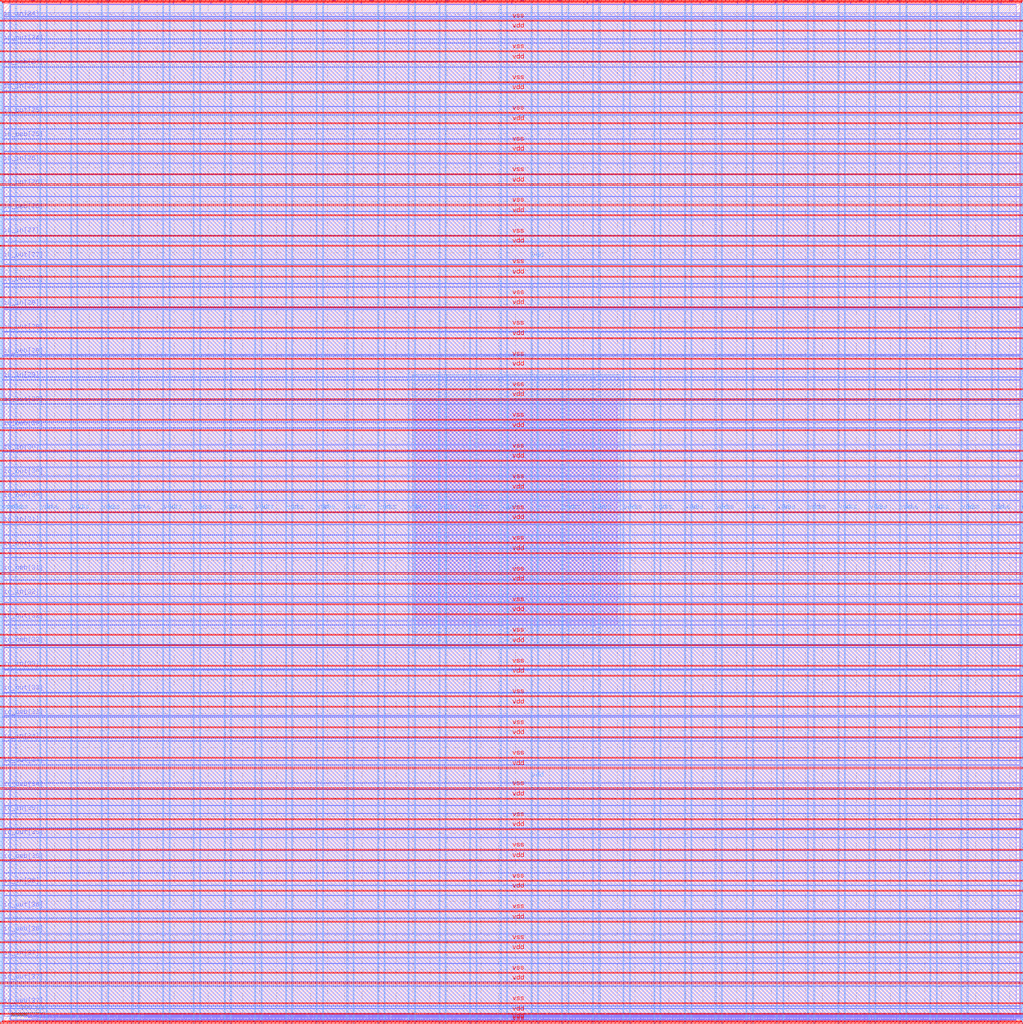
<source format=lef>
VERSION 5.7 ;
  NOWIREEXTENSIONATPIN ON ;
  DIVIDERCHAR "/" ;
  BUSBITCHARS "[]" ;
MACRO user_project_wrapper
  CLASS BLOCK ;
  FOREIGN user_project_wrapper ;
  ORIGIN 0.000 0.000 ;
  SIZE 2980.200 BY 2980.200 ;
  PIN io_in[0]
    DIRECTION INPUT ;
    USE SIGNAL ;
    PORT
      LAYER Metal3 ;
        RECT 2977.800 35.560 2985.000 36.680 ;
    END
  END io_in[0]
  PIN io_in[10]
    DIRECTION INPUT ;
    USE SIGNAL ;
    PORT
      LAYER Metal3 ;
        RECT 2977.800 2017.960 2985.000 2019.080 ;
    END
  END io_in[10]
  PIN io_in[11]
    DIRECTION INPUT ;
    USE SIGNAL ;
    PORT
      LAYER Metal3 ;
        RECT 2977.800 2216.200 2985.000 2217.320 ;
    END
  END io_in[11]
  PIN io_in[12]
    DIRECTION INPUT ;
    USE SIGNAL ;
    PORT
      LAYER Metal3 ;
        RECT 2977.800 2414.440 2985.000 2415.560 ;
    END
  END io_in[12]
  PIN io_in[13]
    DIRECTION INPUT ;
    USE SIGNAL ;
    PORT
      LAYER Metal3 ;
        RECT 2977.800 2612.680 2985.000 2613.800 ;
    END
  END io_in[13]
  PIN io_in[14]
    DIRECTION INPUT ;
    USE SIGNAL ;
    PORT
      LAYER Metal3 ;
        RECT 2977.800 2810.920 2985.000 2812.040 ;
    END
  END io_in[14]
  PIN io_in[15]
    DIRECTION INPUT ;
    USE SIGNAL ;
    PORT
      LAYER Metal2 ;
        RECT 2923.480 2977.800 2924.600 2985.000 ;
    END
  END io_in[15]
  PIN io_in[16]
    DIRECTION INPUT ;
    USE SIGNAL ;
    PORT
      LAYER Metal2 ;
        RECT 2592.520 2977.800 2593.640 2985.000 ;
    END
  END io_in[16]
  PIN io_in[17]
    DIRECTION INPUT ;
    USE SIGNAL ;
    PORT
      LAYER Metal2 ;
        RECT 2261.560 2977.800 2262.680 2985.000 ;
    END
  END io_in[17]
  PIN io_in[18]
    DIRECTION INPUT ;
    USE SIGNAL ;
    PORT
      LAYER Metal2 ;
        RECT 1930.600 2977.800 1931.720 2985.000 ;
    END
  END io_in[18]
  PIN io_in[19]
    DIRECTION INPUT ;
    USE SIGNAL ;
    PORT
      LAYER Metal2 ;
        RECT 1599.640 2977.800 1600.760 2985.000 ;
    END
  END io_in[19]
  PIN io_in[1]
    DIRECTION INPUT ;
    USE SIGNAL ;
    PORT
      LAYER Metal3 ;
        RECT 2977.800 233.800 2985.000 234.920 ;
    END
  END io_in[1]
  PIN io_in[20]
    DIRECTION INPUT ;
    USE SIGNAL ;
    PORT
      LAYER Metal2 ;
        RECT 1268.680 2977.800 1269.800 2985.000 ;
    END
  END io_in[20]
  PIN io_in[21]
    DIRECTION INPUT ;
    USE SIGNAL ;
    PORT
      LAYER Metal2 ;
        RECT 937.720 2977.800 938.840 2985.000 ;
    END
  END io_in[21]
  PIN io_in[22]
    DIRECTION INPUT ;
    USE SIGNAL ;
    PORT
      LAYER Metal2 ;
        RECT 606.760 2977.800 607.880 2985.000 ;
    END
  END io_in[22]
  PIN io_in[23]
    DIRECTION INPUT ;
    USE SIGNAL ;
    PORT
      LAYER Metal2 ;
        RECT 275.800 2977.800 276.920 2985.000 ;
    END
  END io_in[23]
  PIN io_in[24]
    DIRECTION INPUT ;
    USE SIGNAL ;
    PORT
      LAYER Metal3 ;
        RECT -4.800 2935.800 2.400 2936.920 ;
    END
  END io_in[24]
  PIN io_in[25]
    DIRECTION INPUT ;
    USE SIGNAL ;
    PORT
      LAYER Metal3 ;
        RECT -4.800 2724.120 2.400 2725.240 ;
    END
  END io_in[25]
  PIN io_in[26]
    DIRECTION INPUT ;
    USE SIGNAL ;
    PORT
      LAYER Metal3 ;
        RECT -4.800 2512.440 2.400 2513.560 ;
    END
  END io_in[26]
  PIN io_in[27]
    DIRECTION INPUT ;
    USE SIGNAL ;
    PORT
      LAYER Metal3 ;
        RECT -4.800 2300.760 2.400 2301.880 ;
    END
  END io_in[27]
  PIN io_in[28]
    DIRECTION INPUT ;
    USE SIGNAL ;
    PORT
      LAYER Metal3 ;
        RECT -4.800 2089.080 2.400 2090.200 ;
    END
  END io_in[28]
  PIN io_in[29]
    DIRECTION INPUT ;
    USE SIGNAL ;
    PORT
      LAYER Metal3 ;
        RECT -4.800 1877.400 2.400 1878.520 ;
    END
  END io_in[29]
  PIN io_in[2]
    DIRECTION INPUT ;
    USE SIGNAL ;
    PORT
      LAYER Metal3 ;
        RECT 2977.800 432.040 2985.000 433.160 ;
    END
  END io_in[2]
  PIN io_in[30]
    DIRECTION INPUT ;
    USE SIGNAL ;
    PORT
      LAYER Metal3 ;
        RECT -4.800 1665.720 2.400 1666.840 ;
    END
  END io_in[30]
  PIN io_in[31]
    DIRECTION INPUT ;
    USE SIGNAL ;
    PORT
      LAYER Metal3 ;
        RECT -4.800 1454.040 2.400 1455.160 ;
    END
  END io_in[31]
  PIN io_in[32]
    DIRECTION INPUT ;
    USE SIGNAL ;
    PORT
      LAYER Metal3 ;
        RECT -4.800 1242.360 2.400 1243.480 ;
    END
  END io_in[32]
  PIN io_in[33]
    DIRECTION INPUT ;
    USE SIGNAL ;
    PORT
      LAYER Metal3 ;
        RECT -4.800 1030.680 2.400 1031.800 ;
    END
  END io_in[33]
  PIN io_in[34]
    DIRECTION INPUT ;
    USE SIGNAL ;
    PORT
      LAYER Metal3 ;
        RECT -4.800 819.000 2.400 820.120 ;
    END
  END io_in[34]
  PIN io_in[35]
    DIRECTION INPUT ;
    USE SIGNAL ;
    PORT
      LAYER Metal3 ;
        RECT -4.800 607.320 2.400 608.440 ;
    END
  END io_in[35]
  PIN io_in[36]
    DIRECTION INPUT ;
    USE SIGNAL ;
    PORT
      LAYER Metal3 ;
        RECT -4.800 395.640 2.400 396.760 ;
    END
  END io_in[36]
  PIN io_in[37]
    DIRECTION INPUT ;
    USE SIGNAL ;
    PORT
      LAYER Metal3 ;
        RECT -4.800 183.960 2.400 185.080 ;
    END
  END io_in[37]
  PIN io_in[3]
    DIRECTION INPUT ;
    USE SIGNAL ;
    PORT
      LAYER Metal3 ;
        RECT 2977.800 630.280 2985.000 631.400 ;
    END
  END io_in[3]
  PIN io_in[4]
    DIRECTION INPUT ;
    USE SIGNAL ;
    PORT
      LAYER Metal3 ;
        RECT 2977.800 828.520 2985.000 829.640 ;
    END
  END io_in[4]
  PIN io_in[5]
    DIRECTION INPUT ;
    USE SIGNAL ;
    PORT
      LAYER Metal3 ;
        RECT 2977.800 1026.760 2985.000 1027.880 ;
    END
  END io_in[5]
  PIN io_in[6]
    DIRECTION INPUT ;
    USE SIGNAL ;
    PORT
      LAYER Metal3 ;
        RECT 2977.800 1225.000 2985.000 1226.120 ;
    END
  END io_in[6]
  PIN io_in[7]
    DIRECTION INPUT ;
    USE SIGNAL ;
    PORT
      LAYER Metal3 ;
        RECT 2977.800 1423.240 2985.000 1424.360 ;
    END
  END io_in[7]
  PIN io_in[8]
    DIRECTION INPUT ;
    USE SIGNAL ;
    PORT
      LAYER Metal3 ;
        RECT 2977.800 1621.480 2985.000 1622.600 ;
    END
  END io_in[8]
  PIN io_in[9]
    DIRECTION INPUT ;
    USE SIGNAL ;
    PORT
      LAYER Metal3 ;
        RECT 2977.800 1819.720 2985.000 1820.840 ;
    END
  END io_in[9]
  PIN io_oeb[0]
    DIRECTION OUTPUT TRISTATE ;
    USE SIGNAL ;
    PORT
      LAYER Metal3 ;
        RECT 2977.800 167.720 2985.000 168.840 ;
    END
  END io_oeb[0]
  PIN io_oeb[10]
    DIRECTION OUTPUT TRISTATE ;
    USE SIGNAL ;
    PORT
      LAYER Metal3 ;
        RECT 2977.800 2150.120 2985.000 2151.240 ;
    END
  END io_oeb[10]
  PIN io_oeb[11]
    DIRECTION OUTPUT TRISTATE ;
    USE SIGNAL ;
    PORT
      LAYER Metal3 ;
        RECT 2977.800 2348.360 2985.000 2349.480 ;
    END
  END io_oeb[11]
  PIN io_oeb[12]
    DIRECTION OUTPUT TRISTATE ;
    USE SIGNAL ;
    PORT
      LAYER Metal3 ;
        RECT 2977.800 2546.600 2985.000 2547.720 ;
    END
  END io_oeb[12]
  PIN io_oeb[13]
    DIRECTION OUTPUT TRISTATE ;
    USE SIGNAL ;
    PORT
      LAYER Metal3 ;
        RECT 2977.800 2744.840 2985.000 2745.960 ;
    END
  END io_oeb[13]
  PIN io_oeb[14]
    DIRECTION OUTPUT TRISTATE ;
    USE SIGNAL ;
    PORT
      LAYER Metal3 ;
        RECT 2977.800 2943.080 2985.000 2944.200 ;
    END
  END io_oeb[14]
  PIN io_oeb[15]
    DIRECTION OUTPUT TRISTATE ;
    USE SIGNAL ;
    PORT
      LAYER Metal2 ;
        RECT 2702.840 2977.800 2703.960 2985.000 ;
    END
  END io_oeb[15]
  PIN io_oeb[16]
    DIRECTION OUTPUT TRISTATE ;
    USE SIGNAL ;
    PORT
      LAYER Metal2 ;
        RECT 2371.880 2977.800 2373.000 2985.000 ;
    END
  END io_oeb[16]
  PIN io_oeb[17]
    DIRECTION OUTPUT TRISTATE ;
    USE SIGNAL ;
    PORT
      LAYER Metal2 ;
        RECT 2040.920 2977.800 2042.040 2985.000 ;
    END
  END io_oeb[17]
  PIN io_oeb[18]
    DIRECTION OUTPUT TRISTATE ;
    USE SIGNAL ;
    PORT
      LAYER Metal2 ;
        RECT 1709.960 2977.800 1711.080 2985.000 ;
    END
  END io_oeb[18]
  PIN io_oeb[19]
    DIRECTION OUTPUT TRISTATE ;
    USE SIGNAL ;
    PORT
      LAYER Metal2 ;
        RECT 1379.000 2977.800 1380.120 2985.000 ;
    END
  END io_oeb[19]
  PIN io_oeb[1]
    DIRECTION OUTPUT TRISTATE ;
    USE SIGNAL ;
    PORT
      LAYER Metal3 ;
        RECT 2977.800 365.960 2985.000 367.080 ;
    END
  END io_oeb[1]
  PIN io_oeb[20]
    DIRECTION OUTPUT TRISTATE ;
    USE SIGNAL ;
    PORT
      LAYER Metal2 ;
        RECT 1048.040 2977.800 1049.160 2985.000 ;
    END
  END io_oeb[20]
  PIN io_oeb[21]
    DIRECTION OUTPUT TRISTATE ;
    USE SIGNAL ;
    PORT
      LAYER Metal2 ;
        RECT 717.080 2977.800 718.200 2985.000 ;
    END
  END io_oeb[21]
  PIN io_oeb[22]
    DIRECTION OUTPUT TRISTATE ;
    USE SIGNAL ;
    PORT
      LAYER Metal2 ;
        RECT 386.120 2977.800 387.240 2985.000 ;
    END
  END io_oeb[22]
  PIN io_oeb[23]
    DIRECTION OUTPUT TRISTATE ;
    USE SIGNAL ;
    PORT
      LAYER Metal2 ;
        RECT 55.160 2977.800 56.280 2985.000 ;
    END
  END io_oeb[23]
  PIN io_oeb[24]
    DIRECTION OUTPUT TRISTATE ;
    USE SIGNAL ;
    PORT
      LAYER Metal3 ;
        RECT -4.800 2794.680 2.400 2795.800 ;
    END
  END io_oeb[24]
  PIN io_oeb[25]
    DIRECTION OUTPUT TRISTATE ;
    USE SIGNAL ;
    PORT
      LAYER Metal3 ;
        RECT -4.800 2583.000 2.400 2584.120 ;
    END
  END io_oeb[25]
  PIN io_oeb[26]
    DIRECTION OUTPUT TRISTATE ;
    USE SIGNAL ;
    PORT
      LAYER Metal3 ;
        RECT -4.800 2371.320 2.400 2372.440 ;
    END
  END io_oeb[26]
  PIN io_oeb[27]
    DIRECTION OUTPUT TRISTATE ;
    USE SIGNAL ;
    PORT
      LAYER Metal3 ;
        RECT -4.800 2159.640 2.400 2160.760 ;
    END
  END io_oeb[27]
  PIN io_oeb[28]
    DIRECTION OUTPUT TRISTATE ;
    USE SIGNAL ;
    PORT
      LAYER Metal3 ;
        RECT -4.800 1947.960 2.400 1949.080 ;
    END
  END io_oeb[28]
  PIN io_oeb[29]
    DIRECTION OUTPUT TRISTATE ;
    USE SIGNAL ;
    PORT
      LAYER Metal3 ;
        RECT -4.800 1736.280 2.400 1737.400 ;
    END
  END io_oeb[29]
  PIN io_oeb[2]
    DIRECTION OUTPUT TRISTATE ;
    USE SIGNAL ;
    PORT
      LAYER Metal3 ;
        RECT 2977.800 564.200 2985.000 565.320 ;
    END
  END io_oeb[2]
  PIN io_oeb[30]
    DIRECTION OUTPUT TRISTATE ;
    USE SIGNAL ;
    PORT
      LAYER Metal3 ;
        RECT -4.800 1524.600 2.400 1525.720 ;
    END
  END io_oeb[30]
  PIN io_oeb[31]
    DIRECTION OUTPUT TRISTATE ;
    USE SIGNAL ;
    PORT
      LAYER Metal3 ;
        RECT -4.800 1312.920 2.400 1314.040 ;
    END
  END io_oeb[31]
  PIN io_oeb[32]
    DIRECTION OUTPUT TRISTATE ;
    USE SIGNAL ;
    PORT
      LAYER Metal3 ;
        RECT -4.800 1101.240 2.400 1102.360 ;
    END
  END io_oeb[32]
  PIN io_oeb[33]
    DIRECTION OUTPUT TRISTATE ;
    USE SIGNAL ;
    PORT
      LAYER Metal3 ;
        RECT -4.800 889.560 2.400 890.680 ;
    END
  END io_oeb[33]
  PIN io_oeb[34]
    DIRECTION OUTPUT TRISTATE ;
    USE SIGNAL ;
    PORT
      LAYER Metal3 ;
        RECT -4.800 677.880 2.400 679.000 ;
    END
  END io_oeb[34]
  PIN io_oeb[35]
    DIRECTION OUTPUT TRISTATE ;
    USE SIGNAL ;
    PORT
      LAYER Metal3 ;
        RECT -4.800 466.200 2.400 467.320 ;
    END
  END io_oeb[35]
  PIN io_oeb[36]
    DIRECTION OUTPUT TRISTATE ;
    USE SIGNAL ;
    PORT
      LAYER Metal3 ;
        RECT -4.800 254.520 2.400 255.640 ;
    END
  END io_oeb[36]
  PIN io_oeb[37]
    DIRECTION OUTPUT TRISTATE ;
    USE SIGNAL ;
    PORT
      LAYER Metal3 ;
        RECT -4.800 42.840 2.400 43.960 ;
    END
  END io_oeb[37]
  PIN io_oeb[3]
    DIRECTION OUTPUT TRISTATE ;
    USE SIGNAL ;
    PORT
      LAYER Metal3 ;
        RECT 2977.800 762.440 2985.000 763.560 ;
    END
  END io_oeb[3]
  PIN io_oeb[4]
    DIRECTION OUTPUT TRISTATE ;
    USE SIGNAL ;
    PORT
      LAYER Metal3 ;
        RECT 2977.800 960.680 2985.000 961.800 ;
    END
  END io_oeb[4]
  PIN io_oeb[5]
    DIRECTION OUTPUT TRISTATE ;
    USE SIGNAL ;
    PORT
      LAYER Metal3 ;
        RECT 2977.800 1158.920 2985.000 1160.040 ;
    END
  END io_oeb[5]
  PIN io_oeb[6]
    DIRECTION OUTPUT TRISTATE ;
    USE SIGNAL ;
    PORT
      LAYER Metal3 ;
        RECT 2977.800 1357.160 2985.000 1358.280 ;
    END
  END io_oeb[6]
  PIN io_oeb[7]
    DIRECTION OUTPUT TRISTATE ;
    USE SIGNAL ;
    PORT
      LAYER Metal3 ;
        RECT 2977.800 1555.400 2985.000 1556.520 ;
    END
  END io_oeb[7]
  PIN io_oeb[8]
    DIRECTION OUTPUT TRISTATE ;
    USE SIGNAL ;
    PORT
      LAYER Metal3 ;
        RECT 2977.800 1753.640 2985.000 1754.760 ;
    END
  END io_oeb[8]
  PIN io_oeb[9]
    DIRECTION OUTPUT TRISTATE ;
    USE SIGNAL ;
    PORT
      LAYER Metal3 ;
        RECT 2977.800 1951.880 2985.000 1953.000 ;
    END
  END io_oeb[9]
  PIN io_out[0]
    DIRECTION OUTPUT TRISTATE ;
    USE SIGNAL ;
    PORT
      LAYER Metal3 ;
        RECT 2977.800 101.640 2985.000 102.760 ;
    END
  END io_out[0]
  PIN io_out[10]
    DIRECTION OUTPUT TRISTATE ;
    USE SIGNAL ;
    PORT
      LAYER Metal3 ;
        RECT 2977.800 2084.040 2985.000 2085.160 ;
    END
  END io_out[10]
  PIN io_out[11]
    DIRECTION OUTPUT TRISTATE ;
    USE SIGNAL ;
    PORT
      LAYER Metal3 ;
        RECT 2977.800 2282.280 2985.000 2283.400 ;
    END
  END io_out[11]
  PIN io_out[12]
    DIRECTION OUTPUT TRISTATE ;
    USE SIGNAL ;
    PORT
      LAYER Metal3 ;
        RECT 2977.800 2480.520 2985.000 2481.640 ;
    END
  END io_out[12]
  PIN io_out[13]
    DIRECTION OUTPUT TRISTATE ;
    USE SIGNAL ;
    PORT
      LAYER Metal3 ;
        RECT 2977.800 2678.760 2985.000 2679.880 ;
    END
  END io_out[13]
  PIN io_out[14]
    DIRECTION OUTPUT TRISTATE ;
    USE SIGNAL ;
    PORT
      LAYER Metal3 ;
        RECT 2977.800 2877.000 2985.000 2878.120 ;
    END
  END io_out[14]
  PIN io_out[15]
    DIRECTION OUTPUT TRISTATE ;
    USE SIGNAL ;
    PORT
      LAYER Metal2 ;
        RECT 2813.160 2977.800 2814.280 2985.000 ;
    END
  END io_out[15]
  PIN io_out[16]
    DIRECTION OUTPUT TRISTATE ;
    USE SIGNAL ;
    PORT
      LAYER Metal2 ;
        RECT 2482.200 2977.800 2483.320 2985.000 ;
    END
  END io_out[16]
  PIN io_out[17]
    DIRECTION OUTPUT TRISTATE ;
    USE SIGNAL ;
    PORT
      LAYER Metal2 ;
        RECT 2151.240 2977.800 2152.360 2985.000 ;
    END
  END io_out[17]
  PIN io_out[18]
    DIRECTION OUTPUT TRISTATE ;
    USE SIGNAL ;
    PORT
      LAYER Metal2 ;
        RECT 1820.280 2977.800 1821.400 2985.000 ;
    END
  END io_out[18]
  PIN io_out[19]
    DIRECTION OUTPUT TRISTATE ;
    USE SIGNAL ;
    PORT
      LAYER Metal2 ;
        RECT 1489.320 2977.800 1490.440 2985.000 ;
    END
  END io_out[19]
  PIN io_out[1]
    DIRECTION OUTPUT TRISTATE ;
    USE SIGNAL ;
    PORT
      LAYER Metal3 ;
        RECT 2977.800 299.880 2985.000 301.000 ;
    END
  END io_out[1]
  PIN io_out[20]
    DIRECTION OUTPUT TRISTATE ;
    USE SIGNAL ;
    PORT
      LAYER Metal2 ;
        RECT 1158.360 2977.800 1159.480 2985.000 ;
    END
  END io_out[20]
  PIN io_out[21]
    DIRECTION OUTPUT TRISTATE ;
    USE SIGNAL ;
    PORT
      LAYER Metal2 ;
        RECT 827.400 2977.800 828.520 2985.000 ;
    END
  END io_out[21]
  PIN io_out[22]
    DIRECTION OUTPUT TRISTATE ;
    USE SIGNAL ;
    PORT
      LAYER Metal2 ;
        RECT 496.440 2977.800 497.560 2985.000 ;
    END
  END io_out[22]
  PIN io_out[23]
    DIRECTION OUTPUT TRISTATE ;
    USE SIGNAL ;
    PORT
      LAYER Metal2 ;
        RECT 165.480 2977.800 166.600 2985.000 ;
    END
  END io_out[23]
  PIN io_out[24]
    DIRECTION OUTPUT TRISTATE ;
    USE SIGNAL ;
    PORT
      LAYER Metal3 ;
        RECT -4.800 2865.240 2.400 2866.360 ;
    END
  END io_out[24]
  PIN io_out[25]
    DIRECTION OUTPUT TRISTATE ;
    USE SIGNAL ;
    PORT
      LAYER Metal3 ;
        RECT -4.800 2653.560 2.400 2654.680 ;
    END
  END io_out[25]
  PIN io_out[26]
    DIRECTION OUTPUT TRISTATE ;
    USE SIGNAL ;
    PORT
      LAYER Metal3 ;
        RECT -4.800 2441.880 2.400 2443.000 ;
    END
  END io_out[26]
  PIN io_out[27]
    DIRECTION OUTPUT TRISTATE ;
    USE SIGNAL ;
    PORT
      LAYER Metal3 ;
        RECT -4.800 2230.200 2.400 2231.320 ;
    END
  END io_out[27]
  PIN io_out[28]
    DIRECTION OUTPUT TRISTATE ;
    USE SIGNAL ;
    PORT
      LAYER Metal3 ;
        RECT -4.800 2018.520 2.400 2019.640 ;
    END
  END io_out[28]
  PIN io_out[29]
    DIRECTION OUTPUT TRISTATE ;
    USE SIGNAL ;
    PORT
      LAYER Metal3 ;
        RECT -4.800 1806.840 2.400 1807.960 ;
    END
  END io_out[29]
  PIN io_out[2]
    DIRECTION OUTPUT TRISTATE ;
    USE SIGNAL ;
    PORT
      LAYER Metal3 ;
        RECT 2977.800 498.120 2985.000 499.240 ;
    END
  END io_out[2]
  PIN io_out[30]
    DIRECTION OUTPUT TRISTATE ;
    USE SIGNAL ;
    PORT
      LAYER Metal3 ;
        RECT -4.800 1595.160 2.400 1596.280 ;
    END
  END io_out[30]
  PIN io_out[31]
    DIRECTION OUTPUT TRISTATE ;
    USE SIGNAL ;
    PORT
      LAYER Metal3 ;
        RECT -4.800 1383.480 2.400 1384.600 ;
    END
  END io_out[31]
  PIN io_out[32]
    DIRECTION OUTPUT TRISTATE ;
    USE SIGNAL ;
    PORT
      LAYER Metal3 ;
        RECT -4.800 1171.800 2.400 1172.920 ;
    END
  END io_out[32]
  PIN io_out[33]
    DIRECTION OUTPUT TRISTATE ;
    USE SIGNAL ;
    PORT
      LAYER Metal3 ;
        RECT -4.800 960.120 2.400 961.240 ;
    END
  END io_out[33]
  PIN io_out[34]
    DIRECTION OUTPUT TRISTATE ;
    USE SIGNAL ;
    PORT
      LAYER Metal3 ;
        RECT -4.800 748.440 2.400 749.560 ;
    END
  END io_out[34]
  PIN io_out[35]
    DIRECTION OUTPUT TRISTATE ;
    USE SIGNAL ;
    PORT
      LAYER Metal3 ;
        RECT -4.800 536.760 2.400 537.880 ;
    END
  END io_out[35]
  PIN io_out[36]
    DIRECTION OUTPUT TRISTATE ;
    USE SIGNAL ;
    PORT
      LAYER Metal3 ;
        RECT -4.800 325.080 2.400 326.200 ;
    END
  END io_out[36]
  PIN io_out[37]
    DIRECTION OUTPUT TRISTATE ;
    USE SIGNAL ;
    PORT
      LAYER Metal3 ;
        RECT -4.800 113.400 2.400 114.520 ;
    END
  END io_out[37]
  PIN io_out[3]
    DIRECTION OUTPUT TRISTATE ;
    USE SIGNAL ;
    PORT
      LAYER Metal3 ;
        RECT 2977.800 696.360 2985.000 697.480 ;
    END
  END io_out[3]
  PIN io_out[4]
    DIRECTION OUTPUT TRISTATE ;
    USE SIGNAL ;
    PORT
      LAYER Metal3 ;
        RECT 2977.800 894.600 2985.000 895.720 ;
    END
  END io_out[4]
  PIN io_out[5]
    DIRECTION OUTPUT TRISTATE ;
    USE SIGNAL ;
    PORT
      LAYER Metal3 ;
        RECT 2977.800 1092.840 2985.000 1093.960 ;
    END
  END io_out[5]
  PIN io_out[6]
    DIRECTION OUTPUT TRISTATE ;
    USE SIGNAL ;
    PORT
      LAYER Metal3 ;
        RECT 2977.800 1291.080 2985.000 1292.200 ;
    END
  END io_out[6]
  PIN io_out[7]
    DIRECTION OUTPUT TRISTATE ;
    USE SIGNAL ;
    PORT
      LAYER Metal3 ;
        RECT 2977.800 1489.320 2985.000 1490.440 ;
    END
  END io_out[7]
  PIN io_out[8]
    DIRECTION OUTPUT TRISTATE ;
    USE SIGNAL ;
    PORT
      LAYER Metal3 ;
        RECT 2977.800 1687.560 2985.000 1688.680 ;
    END
  END io_out[8]
  PIN io_out[9]
    DIRECTION OUTPUT TRISTATE ;
    USE SIGNAL ;
    PORT
      LAYER Metal3 ;
        RECT 2977.800 1885.800 2985.000 1886.920 ;
    END
  END io_out[9]
  PIN la_data_in[0]
    DIRECTION INPUT ;
    USE SIGNAL ;
    PORT
      LAYER Metal2 ;
        RECT 1065.960 -4.800 1067.080 2.400 ;
    END
  END la_data_in[0]
  PIN la_data_in[10]
    DIRECTION INPUT ;
    USE SIGNAL ;
    PORT
      LAYER Metal2 ;
        RECT 1351.560 -4.800 1352.680 2.400 ;
    END
  END la_data_in[10]
  PIN la_data_in[11]
    DIRECTION INPUT ;
    USE SIGNAL ;
    PORT
      LAYER Metal2 ;
        RECT 1380.120 -4.800 1381.240 2.400 ;
    END
  END la_data_in[11]
  PIN la_data_in[12]
    DIRECTION INPUT ;
    USE SIGNAL ;
    PORT
      LAYER Metal2 ;
        RECT 1408.680 -4.800 1409.800 2.400 ;
    END
  END la_data_in[12]
  PIN la_data_in[13]
    DIRECTION INPUT ;
    USE SIGNAL ;
    PORT
      LAYER Metal2 ;
        RECT 1437.240 -4.800 1438.360 2.400 ;
    END
  END la_data_in[13]
  PIN la_data_in[14]
    DIRECTION INPUT ;
    USE SIGNAL ;
    PORT
      LAYER Metal2 ;
        RECT 1465.800 -4.800 1466.920 2.400 ;
    END
  END la_data_in[14]
  PIN la_data_in[15]
    DIRECTION INPUT ;
    USE SIGNAL ;
    PORT
      LAYER Metal2 ;
        RECT 1494.360 -4.800 1495.480 2.400 ;
    END
  END la_data_in[15]
  PIN la_data_in[16]
    DIRECTION INPUT ;
    USE SIGNAL ;
    PORT
      LAYER Metal2 ;
        RECT 1522.920 -4.800 1524.040 2.400 ;
    END
  END la_data_in[16]
  PIN la_data_in[17]
    DIRECTION INPUT ;
    USE SIGNAL ;
    PORT
      LAYER Metal2 ;
        RECT 1551.480 -4.800 1552.600 2.400 ;
    END
  END la_data_in[17]
  PIN la_data_in[18]
    DIRECTION INPUT ;
    USE SIGNAL ;
    PORT
      LAYER Metal2 ;
        RECT 1580.040 -4.800 1581.160 2.400 ;
    END
  END la_data_in[18]
  PIN la_data_in[19]
    DIRECTION INPUT ;
    USE SIGNAL ;
    PORT
      LAYER Metal2 ;
        RECT 1608.600 -4.800 1609.720 2.400 ;
    END
  END la_data_in[19]
  PIN la_data_in[1]
    DIRECTION INPUT ;
    USE SIGNAL ;
    PORT
      LAYER Metal2 ;
        RECT 1094.520 -4.800 1095.640 2.400 ;
    END
  END la_data_in[1]
  PIN la_data_in[20]
    DIRECTION INPUT ;
    USE SIGNAL ;
    PORT
      LAYER Metal2 ;
        RECT 1637.160 -4.800 1638.280 2.400 ;
    END
  END la_data_in[20]
  PIN la_data_in[21]
    DIRECTION INPUT ;
    USE SIGNAL ;
    PORT
      LAYER Metal2 ;
        RECT 1665.720 -4.800 1666.840 2.400 ;
    END
  END la_data_in[21]
  PIN la_data_in[22]
    DIRECTION INPUT ;
    USE SIGNAL ;
    PORT
      LAYER Metal2 ;
        RECT 1694.280 -4.800 1695.400 2.400 ;
    END
  END la_data_in[22]
  PIN la_data_in[23]
    DIRECTION INPUT ;
    USE SIGNAL ;
    PORT
      LAYER Metal2 ;
        RECT 1722.840 -4.800 1723.960 2.400 ;
    END
  END la_data_in[23]
  PIN la_data_in[24]
    DIRECTION INPUT ;
    USE SIGNAL ;
    PORT
      LAYER Metal2 ;
        RECT 1751.400 -4.800 1752.520 2.400 ;
    END
  END la_data_in[24]
  PIN la_data_in[25]
    DIRECTION INPUT ;
    USE SIGNAL ;
    PORT
      LAYER Metal2 ;
        RECT 1779.960 -4.800 1781.080 2.400 ;
    END
  END la_data_in[25]
  PIN la_data_in[26]
    DIRECTION INPUT ;
    USE SIGNAL ;
    PORT
      LAYER Metal2 ;
        RECT 1808.520 -4.800 1809.640 2.400 ;
    END
  END la_data_in[26]
  PIN la_data_in[27]
    DIRECTION INPUT ;
    USE SIGNAL ;
    PORT
      LAYER Metal2 ;
        RECT 1837.080 -4.800 1838.200 2.400 ;
    END
  END la_data_in[27]
  PIN la_data_in[28]
    DIRECTION INPUT ;
    USE SIGNAL ;
    PORT
      LAYER Metal2 ;
        RECT 1865.640 -4.800 1866.760 2.400 ;
    END
  END la_data_in[28]
  PIN la_data_in[29]
    DIRECTION INPUT ;
    USE SIGNAL ;
    PORT
      LAYER Metal2 ;
        RECT 1894.200 -4.800 1895.320 2.400 ;
    END
  END la_data_in[29]
  PIN la_data_in[2]
    DIRECTION INPUT ;
    USE SIGNAL ;
    PORT
      LAYER Metal2 ;
        RECT 1123.080 -4.800 1124.200 2.400 ;
    END
  END la_data_in[2]
  PIN la_data_in[30]
    DIRECTION INPUT ;
    USE SIGNAL ;
    PORT
      LAYER Metal2 ;
        RECT 1922.760 -4.800 1923.880 2.400 ;
    END
  END la_data_in[30]
  PIN la_data_in[31]
    DIRECTION INPUT ;
    USE SIGNAL ;
    PORT
      LAYER Metal2 ;
        RECT 1951.320 -4.800 1952.440 2.400 ;
    END
  END la_data_in[31]
  PIN la_data_in[32]
    DIRECTION INPUT ;
    USE SIGNAL ;
    PORT
      LAYER Metal2 ;
        RECT 1979.880 -4.800 1981.000 2.400 ;
    END
  END la_data_in[32]
  PIN la_data_in[33]
    DIRECTION INPUT ;
    USE SIGNAL ;
    PORT
      LAYER Metal2 ;
        RECT 2008.440 -4.800 2009.560 2.400 ;
    END
  END la_data_in[33]
  PIN la_data_in[34]
    DIRECTION INPUT ;
    USE SIGNAL ;
    PORT
      LAYER Metal2 ;
        RECT 2037.000 -4.800 2038.120 2.400 ;
    END
  END la_data_in[34]
  PIN la_data_in[35]
    DIRECTION INPUT ;
    USE SIGNAL ;
    PORT
      LAYER Metal2 ;
        RECT 2065.560 -4.800 2066.680 2.400 ;
    END
  END la_data_in[35]
  PIN la_data_in[36]
    DIRECTION INPUT ;
    USE SIGNAL ;
    PORT
      LAYER Metal2 ;
        RECT 2094.120 -4.800 2095.240 2.400 ;
    END
  END la_data_in[36]
  PIN la_data_in[37]
    DIRECTION INPUT ;
    USE SIGNAL ;
    PORT
      LAYER Metal2 ;
        RECT 2122.680 -4.800 2123.800 2.400 ;
    END
  END la_data_in[37]
  PIN la_data_in[38]
    DIRECTION INPUT ;
    USE SIGNAL ;
    PORT
      LAYER Metal2 ;
        RECT 2151.240 -4.800 2152.360 2.400 ;
    END
  END la_data_in[38]
  PIN la_data_in[39]
    DIRECTION INPUT ;
    USE SIGNAL ;
    PORT
      LAYER Metal2 ;
        RECT 2179.800 -4.800 2180.920 2.400 ;
    END
  END la_data_in[39]
  PIN la_data_in[3]
    DIRECTION INPUT ;
    USE SIGNAL ;
    PORT
      LAYER Metal2 ;
        RECT 1151.640 -4.800 1152.760 2.400 ;
    END
  END la_data_in[3]
  PIN la_data_in[40]
    DIRECTION INPUT ;
    USE SIGNAL ;
    PORT
      LAYER Metal2 ;
        RECT 2208.360 -4.800 2209.480 2.400 ;
    END
  END la_data_in[40]
  PIN la_data_in[41]
    DIRECTION INPUT ;
    USE SIGNAL ;
    PORT
      LAYER Metal2 ;
        RECT 2236.920 -4.800 2238.040 2.400 ;
    END
  END la_data_in[41]
  PIN la_data_in[42]
    DIRECTION INPUT ;
    USE SIGNAL ;
    PORT
      LAYER Metal2 ;
        RECT 2265.480 -4.800 2266.600 2.400 ;
    END
  END la_data_in[42]
  PIN la_data_in[43]
    DIRECTION INPUT ;
    USE SIGNAL ;
    PORT
      LAYER Metal2 ;
        RECT 2294.040 -4.800 2295.160 2.400 ;
    END
  END la_data_in[43]
  PIN la_data_in[44]
    DIRECTION INPUT ;
    USE SIGNAL ;
    PORT
      LAYER Metal2 ;
        RECT 2322.600 -4.800 2323.720 2.400 ;
    END
  END la_data_in[44]
  PIN la_data_in[45]
    DIRECTION INPUT ;
    USE SIGNAL ;
    PORT
      LAYER Metal2 ;
        RECT 2351.160 -4.800 2352.280 2.400 ;
    END
  END la_data_in[45]
  PIN la_data_in[46]
    DIRECTION INPUT ;
    USE SIGNAL ;
    PORT
      LAYER Metal2 ;
        RECT 2379.720 -4.800 2380.840 2.400 ;
    END
  END la_data_in[46]
  PIN la_data_in[47]
    DIRECTION INPUT ;
    USE SIGNAL ;
    PORT
      LAYER Metal2 ;
        RECT 2408.280 -4.800 2409.400 2.400 ;
    END
  END la_data_in[47]
  PIN la_data_in[48]
    DIRECTION INPUT ;
    USE SIGNAL ;
    PORT
      LAYER Metal2 ;
        RECT 2436.840 -4.800 2437.960 2.400 ;
    END
  END la_data_in[48]
  PIN la_data_in[49]
    DIRECTION INPUT ;
    USE SIGNAL ;
    PORT
      LAYER Metal2 ;
        RECT 2465.400 -4.800 2466.520 2.400 ;
    END
  END la_data_in[49]
  PIN la_data_in[4]
    DIRECTION INPUT ;
    USE SIGNAL ;
    PORT
      LAYER Metal2 ;
        RECT 1180.200 -4.800 1181.320 2.400 ;
    END
  END la_data_in[4]
  PIN la_data_in[50]
    DIRECTION INPUT ;
    USE SIGNAL ;
    PORT
      LAYER Metal2 ;
        RECT 2493.960 -4.800 2495.080 2.400 ;
    END
  END la_data_in[50]
  PIN la_data_in[51]
    DIRECTION INPUT ;
    USE SIGNAL ;
    PORT
      LAYER Metal2 ;
        RECT 2522.520 -4.800 2523.640 2.400 ;
    END
  END la_data_in[51]
  PIN la_data_in[52]
    DIRECTION INPUT ;
    USE SIGNAL ;
    PORT
      LAYER Metal2 ;
        RECT 2551.080 -4.800 2552.200 2.400 ;
    END
  END la_data_in[52]
  PIN la_data_in[53]
    DIRECTION INPUT ;
    USE SIGNAL ;
    PORT
      LAYER Metal2 ;
        RECT 2579.640 -4.800 2580.760 2.400 ;
    END
  END la_data_in[53]
  PIN la_data_in[54]
    DIRECTION INPUT ;
    USE SIGNAL ;
    PORT
      LAYER Metal2 ;
        RECT 2608.200 -4.800 2609.320 2.400 ;
    END
  END la_data_in[54]
  PIN la_data_in[55]
    DIRECTION INPUT ;
    USE SIGNAL ;
    PORT
      LAYER Metal2 ;
        RECT 2636.760 -4.800 2637.880 2.400 ;
    END
  END la_data_in[55]
  PIN la_data_in[56]
    DIRECTION INPUT ;
    USE SIGNAL ;
    PORT
      LAYER Metal2 ;
        RECT 2665.320 -4.800 2666.440 2.400 ;
    END
  END la_data_in[56]
  PIN la_data_in[57]
    DIRECTION INPUT ;
    USE SIGNAL ;
    PORT
      LAYER Metal2 ;
        RECT 2693.880 -4.800 2695.000 2.400 ;
    END
  END la_data_in[57]
  PIN la_data_in[58]
    DIRECTION INPUT ;
    USE SIGNAL ;
    PORT
      LAYER Metal2 ;
        RECT 2722.440 -4.800 2723.560 2.400 ;
    END
  END la_data_in[58]
  PIN la_data_in[59]
    DIRECTION INPUT ;
    USE SIGNAL ;
    PORT
      LAYER Metal2 ;
        RECT 2751.000 -4.800 2752.120 2.400 ;
    END
  END la_data_in[59]
  PIN la_data_in[5]
    DIRECTION INPUT ;
    USE SIGNAL ;
    PORT
      LAYER Metal2 ;
        RECT 1208.760 -4.800 1209.880 2.400 ;
    END
  END la_data_in[5]
  PIN la_data_in[60]
    DIRECTION INPUT ;
    USE SIGNAL ;
    PORT
      LAYER Metal2 ;
        RECT 2779.560 -4.800 2780.680 2.400 ;
    END
  END la_data_in[60]
  PIN la_data_in[61]
    DIRECTION INPUT ;
    USE SIGNAL ;
    PORT
      LAYER Metal2 ;
        RECT 2808.120 -4.800 2809.240 2.400 ;
    END
  END la_data_in[61]
  PIN la_data_in[62]
    DIRECTION INPUT ;
    USE SIGNAL ;
    PORT
      LAYER Metal2 ;
        RECT 2836.680 -4.800 2837.800 2.400 ;
    END
  END la_data_in[62]
  PIN la_data_in[63]
    DIRECTION INPUT ;
    USE SIGNAL ;
    PORT
      LAYER Metal2 ;
        RECT 2865.240 -4.800 2866.360 2.400 ;
    END
  END la_data_in[63]
  PIN la_data_in[6]
    DIRECTION INPUT ;
    USE SIGNAL ;
    PORT
      LAYER Metal2 ;
        RECT 1237.320 -4.800 1238.440 2.400 ;
    END
  END la_data_in[6]
  PIN la_data_in[7]
    DIRECTION INPUT ;
    USE SIGNAL ;
    PORT
      LAYER Metal2 ;
        RECT 1265.880 -4.800 1267.000 2.400 ;
    END
  END la_data_in[7]
  PIN la_data_in[8]
    DIRECTION INPUT ;
    USE SIGNAL ;
    PORT
      LAYER Metal2 ;
        RECT 1294.440 -4.800 1295.560 2.400 ;
    END
  END la_data_in[8]
  PIN la_data_in[9]
    DIRECTION INPUT ;
    USE SIGNAL ;
    PORT
      LAYER Metal2 ;
        RECT 1323.000 -4.800 1324.120 2.400 ;
    END
  END la_data_in[9]
  PIN la_data_out[0]
    DIRECTION OUTPUT TRISTATE ;
    USE SIGNAL ;
    PORT
      LAYER Metal2 ;
        RECT 1075.480 -4.800 1076.600 2.400 ;
    END
  END la_data_out[0]
  PIN la_data_out[10]
    DIRECTION OUTPUT TRISTATE ;
    USE SIGNAL ;
    PORT
      LAYER Metal2 ;
        RECT 1361.080 -4.800 1362.200 2.400 ;
    END
  END la_data_out[10]
  PIN la_data_out[11]
    DIRECTION OUTPUT TRISTATE ;
    USE SIGNAL ;
    PORT
      LAYER Metal2 ;
        RECT 1389.640 -4.800 1390.760 2.400 ;
    END
  END la_data_out[11]
  PIN la_data_out[12]
    DIRECTION OUTPUT TRISTATE ;
    USE SIGNAL ;
    PORT
      LAYER Metal2 ;
        RECT 1418.200 -4.800 1419.320 2.400 ;
    END
  END la_data_out[12]
  PIN la_data_out[13]
    DIRECTION OUTPUT TRISTATE ;
    USE SIGNAL ;
    PORT
      LAYER Metal2 ;
        RECT 1446.760 -4.800 1447.880 2.400 ;
    END
  END la_data_out[13]
  PIN la_data_out[14]
    DIRECTION OUTPUT TRISTATE ;
    USE SIGNAL ;
    PORT
      LAYER Metal2 ;
        RECT 1475.320 -4.800 1476.440 2.400 ;
    END
  END la_data_out[14]
  PIN la_data_out[15]
    DIRECTION OUTPUT TRISTATE ;
    USE SIGNAL ;
    PORT
      LAYER Metal2 ;
        RECT 1503.880 -4.800 1505.000 2.400 ;
    END
  END la_data_out[15]
  PIN la_data_out[16]
    DIRECTION OUTPUT TRISTATE ;
    USE SIGNAL ;
    PORT
      LAYER Metal2 ;
        RECT 1532.440 -4.800 1533.560 2.400 ;
    END
  END la_data_out[16]
  PIN la_data_out[17]
    DIRECTION OUTPUT TRISTATE ;
    USE SIGNAL ;
    PORT
      LAYER Metal2 ;
        RECT 1561.000 -4.800 1562.120 2.400 ;
    END
  END la_data_out[17]
  PIN la_data_out[18]
    DIRECTION OUTPUT TRISTATE ;
    USE SIGNAL ;
    PORT
      LAYER Metal2 ;
        RECT 1589.560 -4.800 1590.680 2.400 ;
    END
  END la_data_out[18]
  PIN la_data_out[19]
    DIRECTION OUTPUT TRISTATE ;
    USE SIGNAL ;
    PORT
      LAYER Metal2 ;
        RECT 1618.120 -4.800 1619.240 2.400 ;
    END
  END la_data_out[19]
  PIN la_data_out[1]
    DIRECTION OUTPUT TRISTATE ;
    USE SIGNAL ;
    PORT
      LAYER Metal2 ;
        RECT 1104.040 -4.800 1105.160 2.400 ;
    END
  END la_data_out[1]
  PIN la_data_out[20]
    DIRECTION OUTPUT TRISTATE ;
    USE SIGNAL ;
    PORT
      LAYER Metal2 ;
        RECT 1646.680 -4.800 1647.800 2.400 ;
    END
  END la_data_out[20]
  PIN la_data_out[21]
    DIRECTION OUTPUT TRISTATE ;
    USE SIGNAL ;
    PORT
      LAYER Metal2 ;
        RECT 1675.240 -4.800 1676.360 2.400 ;
    END
  END la_data_out[21]
  PIN la_data_out[22]
    DIRECTION OUTPUT TRISTATE ;
    USE SIGNAL ;
    PORT
      LAYER Metal2 ;
        RECT 1703.800 -4.800 1704.920 2.400 ;
    END
  END la_data_out[22]
  PIN la_data_out[23]
    DIRECTION OUTPUT TRISTATE ;
    USE SIGNAL ;
    PORT
      LAYER Metal2 ;
        RECT 1732.360 -4.800 1733.480 2.400 ;
    END
  END la_data_out[23]
  PIN la_data_out[24]
    DIRECTION OUTPUT TRISTATE ;
    USE SIGNAL ;
    PORT
      LAYER Metal2 ;
        RECT 1760.920 -4.800 1762.040 2.400 ;
    END
  END la_data_out[24]
  PIN la_data_out[25]
    DIRECTION OUTPUT TRISTATE ;
    USE SIGNAL ;
    PORT
      LAYER Metal2 ;
        RECT 1789.480 -4.800 1790.600 2.400 ;
    END
  END la_data_out[25]
  PIN la_data_out[26]
    DIRECTION OUTPUT TRISTATE ;
    USE SIGNAL ;
    PORT
      LAYER Metal2 ;
        RECT 1818.040 -4.800 1819.160 2.400 ;
    END
  END la_data_out[26]
  PIN la_data_out[27]
    DIRECTION OUTPUT TRISTATE ;
    USE SIGNAL ;
    PORT
      LAYER Metal2 ;
        RECT 1846.600 -4.800 1847.720 2.400 ;
    END
  END la_data_out[27]
  PIN la_data_out[28]
    DIRECTION OUTPUT TRISTATE ;
    USE SIGNAL ;
    PORT
      LAYER Metal2 ;
        RECT 1875.160 -4.800 1876.280 2.400 ;
    END
  END la_data_out[28]
  PIN la_data_out[29]
    DIRECTION OUTPUT TRISTATE ;
    USE SIGNAL ;
    PORT
      LAYER Metal2 ;
        RECT 1903.720 -4.800 1904.840 2.400 ;
    END
  END la_data_out[29]
  PIN la_data_out[2]
    DIRECTION OUTPUT TRISTATE ;
    USE SIGNAL ;
    PORT
      LAYER Metal2 ;
        RECT 1132.600 -4.800 1133.720 2.400 ;
    END
  END la_data_out[2]
  PIN la_data_out[30]
    DIRECTION OUTPUT TRISTATE ;
    USE SIGNAL ;
    PORT
      LAYER Metal2 ;
        RECT 1932.280 -4.800 1933.400 2.400 ;
    END
  END la_data_out[30]
  PIN la_data_out[31]
    DIRECTION OUTPUT TRISTATE ;
    USE SIGNAL ;
    PORT
      LAYER Metal2 ;
        RECT 1960.840 -4.800 1961.960 2.400 ;
    END
  END la_data_out[31]
  PIN la_data_out[32]
    DIRECTION OUTPUT TRISTATE ;
    USE SIGNAL ;
    PORT
      LAYER Metal2 ;
        RECT 1989.400 -4.800 1990.520 2.400 ;
    END
  END la_data_out[32]
  PIN la_data_out[33]
    DIRECTION OUTPUT TRISTATE ;
    USE SIGNAL ;
    PORT
      LAYER Metal2 ;
        RECT 2017.960 -4.800 2019.080 2.400 ;
    END
  END la_data_out[33]
  PIN la_data_out[34]
    DIRECTION OUTPUT TRISTATE ;
    USE SIGNAL ;
    PORT
      LAYER Metal2 ;
        RECT 2046.520 -4.800 2047.640 2.400 ;
    END
  END la_data_out[34]
  PIN la_data_out[35]
    DIRECTION OUTPUT TRISTATE ;
    USE SIGNAL ;
    PORT
      LAYER Metal2 ;
        RECT 2075.080 -4.800 2076.200 2.400 ;
    END
  END la_data_out[35]
  PIN la_data_out[36]
    DIRECTION OUTPUT TRISTATE ;
    USE SIGNAL ;
    PORT
      LAYER Metal2 ;
        RECT 2103.640 -4.800 2104.760 2.400 ;
    END
  END la_data_out[36]
  PIN la_data_out[37]
    DIRECTION OUTPUT TRISTATE ;
    USE SIGNAL ;
    PORT
      LAYER Metal2 ;
        RECT 2132.200 -4.800 2133.320 2.400 ;
    END
  END la_data_out[37]
  PIN la_data_out[38]
    DIRECTION OUTPUT TRISTATE ;
    USE SIGNAL ;
    PORT
      LAYER Metal2 ;
        RECT 2160.760 -4.800 2161.880 2.400 ;
    END
  END la_data_out[38]
  PIN la_data_out[39]
    DIRECTION OUTPUT TRISTATE ;
    USE SIGNAL ;
    PORT
      LAYER Metal2 ;
        RECT 2189.320 -4.800 2190.440 2.400 ;
    END
  END la_data_out[39]
  PIN la_data_out[3]
    DIRECTION OUTPUT TRISTATE ;
    USE SIGNAL ;
    PORT
      LAYER Metal2 ;
        RECT 1161.160 -4.800 1162.280 2.400 ;
    END
  END la_data_out[3]
  PIN la_data_out[40]
    DIRECTION OUTPUT TRISTATE ;
    USE SIGNAL ;
    PORT
      LAYER Metal2 ;
        RECT 2217.880 -4.800 2219.000 2.400 ;
    END
  END la_data_out[40]
  PIN la_data_out[41]
    DIRECTION OUTPUT TRISTATE ;
    USE SIGNAL ;
    PORT
      LAYER Metal2 ;
        RECT 2246.440 -4.800 2247.560 2.400 ;
    END
  END la_data_out[41]
  PIN la_data_out[42]
    DIRECTION OUTPUT TRISTATE ;
    USE SIGNAL ;
    PORT
      LAYER Metal2 ;
        RECT 2275.000 -4.800 2276.120 2.400 ;
    END
  END la_data_out[42]
  PIN la_data_out[43]
    DIRECTION OUTPUT TRISTATE ;
    USE SIGNAL ;
    PORT
      LAYER Metal2 ;
        RECT 2303.560 -4.800 2304.680 2.400 ;
    END
  END la_data_out[43]
  PIN la_data_out[44]
    DIRECTION OUTPUT TRISTATE ;
    USE SIGNAL ;
    PORT
      LAYER Metal2 ;
        RECT 2332.120 -4.800 2333.240 2.400 ;
    END
  END la_data_out[44]
  PIN la_data_out[45]
    DIRECTION OUTPUT TRISTATE ;
    USE SIGNAL ;
    PORT
      LAYER Metal2 ;
        RECT 2360.680 -4.800 2361.800 2.400 ;
    END
  END la_data_out[45]
  PIN la_data_out[46]
    DIRECTION OUTPUT TRISTATE ;
    USE SIGNAL ;
    PORT
      LAYER Metal2 ;
        RECT 2389.240 -4.800 2390.360 2.400 ;
    END
  END la_data_out[46]
  PIN la_data_out[47]
    DIRECTION OUTPUT TRISTATE ;
    USE SIGNAL ;
    PORT
      LAYER Metal2 ;
        RECT 2417.800 -4.800 2418.920 2.400 ;
    END
  END la_data_out[47]
  PIN la_data_out[48]
    DIRECTION OUTPUT TRISTATE ;
    USE SIGNAL ;
    PORT
      LAYER Metal2 ;
        RECT 2446.360 -4.800 2447.480 2.400 ;
    END
  END la_data_out[48]
  PIN la_data_out[49]
    DIRECTION OUTPUT TRISTATE ;
    USE SIGNAL ;
    PORT
      LAYER Metal2 ;
        RECT 2474.920 -4.800 2476.040 2.400 ;
    END
  END la_data_out[49]
  PIN la_data_out[4]
    DIRECTION OUTPUT TRISTATE ;
    USE SIGNAL ;
    PORT
      LAYER Metal2 ;
        RECT 1189.720 -4.800 1190.840 2.400 ;
    END
  END la_data_out[4]
  PIN la_data_out[50]
    DIRECTION OUTPUT TRISTATE ;
    USE SIGNAL ;
    PORT
      LAYER Metal2 ;
        RECT 2503.480 -4.800 2504.600 2.400 ;
    END
  END la_data_out[50]
  PIN la_data_out[51]
    DIRECTION OUTPUT TRISTATE ;
    USE SIGNAL ;
    PORT
      LAYER Metal2 ;
        RECT 2532.040 -4.800 2533.160 2.400 ;
    END
  END la_data_out[51]
  PIN la_data_out[52]
    DIRECTION OUTPUT TRISTATE ;
    USE SIGNAL ;
    PORT
      LAYER Metal2 ;
        RECT 2560.600 -4.800 2561.720 2.400 ;
    END
  END la_data_out[52]
  PIN la_data_out[53]
    DIRECTION OUTPUT TRISTATE ;
    USE SIGNAL ;
    PORT
      LAYER Metal2 ;
        RECT 2589.160 -4.800 2590.280 2.400 ;
    END
  END la_data_out[53]
  PIN la_data_out[54]
    DIRECTION OUTPUT TRISTATE ;
    USE SIGNAL ;
    PORT
      LAYER Metal2 ;
        RECT 2617.720 -4.800 2618.840 2.400 ;
    END
  END la_data_out[54]
  PIN la_data_out[55]
    DIRECTION OUTPUT TRISTATE ;
    USE SIGNAL ;
    PORT
      LAYER Metal2 ;
        RECT 2646.280 -4.800 2647.400 2.400 ;
    END
  END la_data_out[55]
  PIN la_data_out[56]
    DIRECTION OUTPUT TRISTATE ;
    USE SIGNAL ;
    PORT
      LAYER Metal2 ;
        RECT 2674.840 -4.800 2675.960 2.400 ;
    END
  END la_data_out[56]
  PIN la_data_out[57]
    DIRECTION OUTPUT TRISTATE ;
    USE SIGNAL ;
    PORT
      LAYER Metal2 ;
        RECT 2703.400 -4.800 2704.520 2.400 ;
    END
  END la_data_out[57]
  PIN la_data_out[58]
    DIRECTION OUTPUT TRISTATE ;
    USE SIGNAL ;
    PORT
      LAYER Metal2 ;
        RECT 2731.960 -4.800 2733.080 2.400 ;
    END
  END la_data_out[58]
  PIN la_data_out[59]
    DIRECTION OUTPUT TRISTATE ;
    USE SIGNAL ;
    PORT
      LAYER Metal2 ;
        RECT 2760.520 -4.800 2761.640 2.400 ;
    END
  END la_data_out[59]
  PIN la_data_out[5]
    DIRECTION OUTPUT TRISTATE ;
    USE SIGNAL ;
    PORT
      LAYER Metal2 ;
        RECT 1218.280 -4.800 1219.400 2.400 ;
    END
  END la_data_out[5]
  PIN la_data_out[60]
    DIRECTION OUTPUT TRISTATE ;
    USE SIGNAL ;
    PORT
      LAYER Metal2 ;
        RECT 2789.080 -4.800 2790.200 2.400 ;
    END
  END la_data_out[60]
  PIN la_data_out[61]
    DIRECTION OUTPUT TRISTATE ;
    USE SIGNAL ;
    PORT
      LAYER Metal2 ;
        RECT 2817.640 -4.800 2818.760 2.400 ;
    END
  END la_data_out[61]
  PIN la_data_out[62]
    DIRECTION OUTPUT TRISTATE ;
    USE SIGNAL ;
    PORT
      LAYER Metal2 ;
        RECT 2846.200 -4.800 2847.320 2.400 ;
    END
  END la_data_out[62]
  PIN la_data_out[63]
    DIRECTION OUTPUT TRISTATE ;
    USE SIGNAL ;
    PORT
      LAYER Metal2 ;
        RECT 2874.760 -4.800 2875.880 2.400 ;
    END
  END la_data_out[63]
  PIN la_data_out[6]
    DIRECTION OUTPUT TRISTATE ;
    USE SIGNAL ;
    PORT
      LAYER Metal2 ;
        RECT 1246.840 -4.800 1247.960 2.400 ;
    END
  END la_data_out[6]
  PIN la_data_out[7]
    DIRECTION OUTPUT TRISTATE ;
    USE SIGNAL ;
    PORT
      LAYER Metal2 ;
        RECT 1275.400 -4.800 1276.520 2.400 ;
    END
  END la_data_out[7]
  PIN la_data_out[8]
    DIRECTION OUTPUT TRISTATE ;
    USE SIGNAL ;
    PORT
      LAYER Metal2 ;
        RECT 1303.960 -4.800 1305.080 2.400 ;
    END
  END la_data_out[8]
  PIN la_data_out[9]
    DIRECTION OUTPUT TRISTATE ;
    USE SIGNAL ;
    PORT
      LAYER Metal2 ;
        RECT 1332.520 -4.800 1333.640 2.400 ;
    END
  END la_data_out[9]
  PIN la_oenb[0]
    DIRECTION INPUT ;
    USE SIGNAL ;
    PORT
      LAYER Metal2 ;
        RECT 1085.000 -4.800 1086.120 2.400 ;
    END
  END la_oenb[0]
  PIN la_oenb[10]
    DIRECTION INPUT ;
    USE SIGNAL ;
    PORT
      LAYER Metal2 ;
        RECT 1370.600 -4.800 1371.720 2.400 ;
    END
  END la_oenb[10]
  PIN la_oenb[11]
    DIRECTION INPUT ;
    USE SIGNAL ;
    PORT
      LAYER Metal2 ;
        RECT 1399.160 -4.800 1400.280 2.400 ;
    END
  END la_oenb[11]
  PIN la_oenb[12]
    DIRECTION INPUT ;
    USE SIGNAL ;
    PORT
      LAYER Metal2 ;
        RECT 1427.720 -4.800 1428.840 2.400 ;
    END
  END la_oenb[12]
  PIN la_oenb[13]
    DIRECTION INPUT ;
    USE SIGNAL ;
    PORT
      LAYER Metal2 ;
        RECT 1456.280 -4.800 1457.400 2.400 ;
    END
  END la_oenb[13]
  PIN la_oenb[14]
    DIRECTION INPUT ;
    USE SIGNAL ;
    PORT
      LAYER Metal2 ;
        RECT 1484.840 -4.800 1485.960 2.400 ;
    END
  END la_oenb[14]
  PIN la_oenb[15]
    DIRECTION INPUT ;
    USE SIGNAL ;
    PORT
      LAYER Metal2 ;
        RECT 1513.400 -4.800 1514.520 2.400 ;
    END
  END la_oenb[15]
  PIN la_oenb[16]
    DIRECTION INPUT ;
    USE SIGNAL ;
    PORT
      LAYER Metal2 ;
        RECT 1541.960 -4.800 1543.080 2.400 ;
    END
  END la_oenb[16]
  PIN la_oenb[17]
    DIRECTION INPUT ;
    USE SIGNAL ;
    PORT
      LAYER Metal2 ;
        RECT 1570.520 -4.800 1571.640 2.400 ;
    END
  END la_oenb[17]
  PIN la_oenb[18]
    DIRECTION INPUT ;
    USE SIGNAL ;
    PORT
      LAYER Metal2 ;
        RECT 1599.080 -4.800 1600.200 2.400 ;
    END
  END la_oenb[18]
  PIN la_oenb[19]
    DIRECTION INPUT ;
    USE SIGNAL ;
    PORT
      LAYER Metal2 ;
        RECT 1627.640 -4.800 1628.760 2.400 ;
    END
  END la_oenb[19]
  PIN la_oenb[1]
    DIRECTION INPUT ;
    USE SIGNAL ;
    PORT
      LAYER Metal2 ;
        RECT 1113.560 -4.800 1114.680 2.400 ;
    END
  END la_oenb[1]
  PIN la_oenb[20]
    DIRECTION INPUT ;
    USE SIGNAL ;
    PORT
      LAYER Metal2 ;
        RECT 1656.200 -4.800 1657.320 2.400 ;
    END
  END la_oenb[20]
  PIN la_oenb[21]
    DIRECTION INPUT ;
    USE SIGNAL ;
    PORT
      LAYER Metal2 ;
        RECT 1684.760 -4.800 1685.880 2.400 ;
    END
  END la_oenb[21]
  PIN la_oenb[22]
    DIRECTION INPUT ;
    USE SIGNAL ;
    PORT
      LAYER Metal2 ;
        RECT 1713.320 -4.800 1714.440 2.400 ;
    END
  END la_oenb[22]
  PIN la_oenb[23]
    DIRECTION INPUT ;
    USE SIGNAL ;
    PORT
      LAYER Metal2 ;
        RECT 1741.880 -4.800 1743.000 2.400 ;
    END
  END la_oenb[23]
  PIN la_oenb[24]
    DIRECTION INPUT ;
    USE SIGNAL ;
    PORT
      LAYER Metal2 ;
        RECT 1770.440 -4.800 1771.560 2.400 ;
    END
  END la_oenb[24]
  PIN la_oenb[25]
    DIRECTION INPUT ;
    USE SIGNAL ;
    PORT
      LAYER Metal2 ;
        RECT 1799.000 -4.800 1800.120 2.400 ;
    END
  END la_oenb[25]
  PIN la_oenb[26]
    DIRECTION INPUT ;
    USE SIGNAL ;
    PORT
      LAYER Metal2 ;
        RECT 1827.560 -4.800 1828.680 2.400 ;
    END
  END la_oenb[26]
  PIN la_oenb[27]
    DIRECTION INPUT ;
    USE SIGNAL ;
    PORT
      LAYER Metal2 ;
        RECT 1856.120 -4.800 1857.240 2.400 ;
    END
  END la_oenb[27]
  PIN la_oenb[28]
    DIRECTION INPUT ;
    USE SIGNAL ;
    PORT
      LAYER Metal2 ;
        RECT 1884.680 -4.800 1885.800 2.400 ;
    END
  END la_oenb[28]
  PIN la_oenb[29]
    DIRECTION INPUT ;
    USE SIGNAL ;
    PORT
      LAYER Metal2 ;
        RECT 1913.240 -4.800 1914.360 2.400 ;
    END
  END la_oenb[29]
  PIN la_oenb[2]
    DIRECTION INPUT ;
    USE SIGNAL ;
    PORT
      LAYER Metal2 ;
        RECT 1142.120 -4.800 1143.240 2.400 ;
    END
  END la_oenb[2]
  PIN la_oenb[30]
    DIRECTION INPUT ;
    USE SIGNAL ;
    PORT
      LAYER Metal2 ;
        RECT 1941.800 -4.800 1942.920 2.400 ;
    END
  END la_oenb[30]
  PIN la_oenb[31]
    DIRECTION INPUT ;
    USE SIGNAL ;
    PORT
      LAYER Metal2 ;
        RECT 1970.360 -4.800 1971.480 2.400 ;
    END
  END la_oenb[31]
  PIN la_oenb[32]
    DIRECTION INPUT ;
    USE SIGNAL ;
    PORT
      LAYER Metal2 ;
        RECT 1998.920 -4.800 2000.040 2.400 ;
    END
  END la_oenb[32]
  PIN la_oenb[33]
    DIRECTION INPUT ;
    USE SIGNAL ;
    PORT
      LAYER Metal2 ;
        RECT 2027.480 -4.800 2028.600 2.400 ;
    END
  END la_oenb[33]
  PIN la_oenb[34]
    DIRECTION INPUT ;
    USE SIGNAL ;
    PORT
      LAYER Metal2 ;
        RECT 2056.040 -4.800 2057.160 2.400 ;
    END
  END la_oenb[34]
  PIN la_oenb[35]
    DIRECTION INPUT ;
    USE SIGNAL ;
    PORT
      LAYER Metal2 ;
        RECT 2084.600 -4.800 2085.720 2.400 ;
    END
  END la_oenb[35]
  PIN la_oenb[36]
    DIRECTION INPUT ;
    USE SIGNAL ;
    PORT
      LAYER Metal2 ;
        RECT 2113.160 -4.800 2114.280 2.400 ;
    END
  END la_oenb[36]
  PIN la_oenb[37]
    DIRECTION INPUT ;
    USE SIGNAL ;
    PORT
      LAYER Metal2 ;
        RECT 2141.720 -4.800 2142.840 2.400 ;
    END
  END la_oenb[37]
  PIN la_oenb[38]
    DIRECTION INPUT ;
    USE SIGNAL ;
    PORT
      LAYER Metal2 ;
        RECT 2170.280 -4.800 2171.400 2.400 ;
    END
  END la_oenb[38]
  PIN la_oenb[39]
    DIRECTION INPUT ;
    USE SIGNAL ;
    PORT
      LAYER Metal2 ;
        RECT 2198.840 -4.800 2199.960 2.400 ;
    END
  END la_oenb[39]
  PIN la_oenb[3]
    DIRECTION INPUT ;
    USE SIGNAL ;
    PORT
      LAYER Metal2 ;
        RECT 1170.680 -4.800 1171.800 2.400 ;
    END
  END la_oenb[3]
  PIN la_oenb[40]
    DIRECTION INPUT ;
    USE SIGNAL ;
    PORT
      LAYER Metal2 ;
        RECT 2227.400 -4.800 2228.520 2.400 ;
    END
  END la_oenb[40]
  PIN la_oenb[41]
    DIRECTION INPUT ;
    USE SIGNAL ;
    PORT
      LAYER Metal2 ;
        RECT 2255.960 -4.800 2257.080 2.400 ;
    END
  END la_oenb[41]
  PIN la_oenb[42]
    DIRECTION INPUT ;
    USE SIGNAL ;
    PORT
      LAYER Metal2 ;
        RECT 2284.520 -4.800 2285.640 2.400 ;
    END
  END la_oenb[42]
  PIN la_oenb[43]
    DIRECTION INPUT ;
    USE SIGNAL ;
    PORT
      LAYER Metal2 ;
        RECT 2313.080 -4.800 2314.200 2.400 ;
    END
  END la_oenb[43]
  PIN la_oenb[44]
    DIRECTION INPUT ;
    USE SIGNAL ;
    PORT
      LAYER Metal2 ;
        RECT 2341.640 -4.800 2342.760 2.400 ;
    END
  END la_oenb[44]
  PIN la_oenb[45]
    DIRECTION INPUT ;
    USE SIGNAL ;
    PORT
      LAYER Metal2 ;
        RECT 2370.200 -4.800 2371.320 2.400 ;
    END
  END la_oenb[45]
  PIN la_oenb[46]
    DIRECTION INPUT ;
    USE SIGNAL ;
    PORT
      LAYER Metal2 ;
        RECT 2398.760 -4.800 2399.880 2.400 ;
    END
  END la_oenb[46]
  PIN la_oenb[47]
    DIRECTION INPUT ;
    USE SIGNAL ;
    PORT
      LAYER Metal2 ;
        RECT 2427.320 -4.800 2428.440 2.400 ;
    END
  END la_oenb[47]
  PIN la_oenb[48]
    DIRECTION INPUT ;
    USE SIGNAL ;
    PORT
      LAYER Metal2 ;
        RECT 2455.880 -4.800 2457.000 2.400 ;
    END
  END la_oenb[48]
  PIN la_oenb[49]
    DIRECTION INPUT ;
    USE SIGNAL ;
    PORT
      LAYER Metal2 ;
        RECT 2484.440 -4.800 2485.560 2.400 ;
    END
  END la_oenb[49]
  PIN la_oenb[4]
    DIRECTION INPUT ;
    USE SIGNAL ;
    PORT
      LAYER Metal2 ;
        RECT 1199.240 -4.800 1200.360 2.400 ;
    END
  END la_oenb[4]
  PIN la_oenb[50]
    DIRECTION INPUT ;
    USE SIGNAL ;
    PORT
      LAYER Metal2 ;
        RECT 2513.000 -4.800 2514.120 2.400 ;
    END
  END la_oenb[50]
  PIN la_oenb[51]
    DIRECTION INPUT ;
    USE SIGNAL ;
    PORT
      LAYER Metal2 ;
        RECT 2541.560 -4.800 2542.680 2.400 ;
    END
  END la_oenb[51]
  PIN la_oenb[52]
    DIRECTION INPUT ;
    USE SIGNAL ;
    PORT
      LAYER Metal2 ;
        RECT 2570.120 -4.800 2571.240 2.400 ;
    END
  END la_oenb[52]
  PIN la_oenb[53]
    DIRECTION INPUT ;
    USE SIGNAL ;
    PORT
      LAYER Metal2 ;
        RECT 2598.680 -4.800 2599.800 2.400 ;
    END
  END la_oenb[53]
  PIN la_oenb[54]
    DIRECTION INPUT ;
    USE SIGNAL ;
    PORT
      LAYER Metal2 ;
        RECT 2627.240 -4.800 2628.360 2.400 ;
    END
  END la_oenb[54]
  PIN la_oenb[55]
    DIRECTION INPUT ;
    USE SIGNAL ;
    PORT
      LAYER Metal2 ;
        RECT 2655.800 -4.800 2656.920 2.400 ;
    END
  END la_oenb[55]
  PIN la_oenb[56]
    DIRECTION INPUT ;
    USE SIGNAL ;
    PORT
      LAYER Metal2 ;
        RECT 2684.360 -4.800 2685.480 2.400 ;
    END
  END la_oenb[56]
  PIN la_oenb[57]
    DIRECTION INPUT ;
    USE SIGNAL ;
    PORT
      LAYER Metal2 ;
        RECT 2712.920 -4.800 2714.040 2.400 ;
    END
  END la_oenb[57]
  PIN la_oenb[58]
    DIRECTION INPUT ;
    USE SIGNAL ;
    PORT
      LAYER Metal2 ;
        RECT 2741.480 -4.800 2742.600 2.400 ;
    END
  END la_oenb[58]
  PIN la_oenb[59]
    DIRECTION INPUT ;
    USE SIGNAL ;
    PORT
      LAYER Metal2 ;
        RECT 2770.040 -4.800 2771.160 2.400 ;
    END
  END la_oenb[59]
  PIN la_oenb[5]
    DIRECTION INPUT ;
    USE SIGNAL ;
    PORT
      LAYER Metal2 ;
        RECT 1227.800 -4.800 1228.920 2.400 ;
    END
  END la_oenb[5]
  PIN la_oenb[60]
    DIRECTION INPUT ;
    USE SIGNAL ;
    PORT
      LAYER Metal2 ;
        RECT 2798.600 -4.800 2799.720 2.400 ;
    END
  END la_oenb[60]
  PIN la_oenb[61]
    DIRECTION INPUT ;
    USE SIGNAL ;
    PORT
      LAYER Metal2 ;
        RECT 2827.160 -4.800 2828.280 2.400 ;
    END
  END la_oenb[61]
  PIN la_oenb[62]
    DIRECTION INPUT ;
    USE SIGNAL ;
    PORT
      LAYER Metal2 ;
        RECT 2855.720 -4.800 2856.840 2.400 ;
    END
  END la_oenb[62]
  PIN la_oenb[63]
    DIRECTION INPUT ;
    USE SIGNAL ;
    PORT
      LAYER Metal2 ;
        RECT 2884.280 -4.800 2885.400 2.400 ;
    END
  END la_oenb[63]
  PIN la_oenb[6]
    DIRECTION INPUT ;
    USE SIGNAL ;
    PORT
      LAYER Metal2 ;
        RECT 1256.360 -4.800 1257.480 2.400 ;
    END
  END la_oenb[6]
  PIN la_oenb[7]
    DIRECTION INPUT ;
    USE SIGNAL ;
    PORT
      LAYER Metal2 ;
        RECT 1284.920 -4.800 1286.040 2.400 ;
    END
  END la_oenb[7]
  PIN la_oenb[8]
    DIRECTION INPUT ;
    USE SIGNAL ;
    PORT
      LAYER Metal2 ;
        RECT 1313.480 -4.800 1314.600 2.400 ;
    END
  END la_oenb[8]
  PIN la_oenb[9]
    DIRECTION INPUT ;
    USE SIGNAL ;
    PORT
      LAYER Metal2 ;
        RECT 1342.040 -4.800 1343.160 2.400 ;
    END
  END la_oenb[9]
  PIN user_clock2
    DIRECTION INPUT ;
    USE SIGNAL ;
    PORT
      LAYER Metal2 ;
        RECT 2893.800 -4.800 2894.920 2.400 ;
    END
  END user_clock2
  PIN user_irq[0]
    DIRECTION OUTPUT TRISTATE ;
    USE SIGNAL ;
    PORT
      LAYER Metal2 ;
        RECT 2903.320 -4.800 2904.440 2.400 ;
    END
  END user_irq[0]
  PIN user_irq[1]
    DIRECTION OUTPUT TRISTATE ;
    USE SIGNAL ;
    PORT
      LAYER Metal2 ;
        RECT 2912.840 -4.800 2913.960 2.400 ;
    END
  END user_irq[1]
  PIN user_irq[2]
    DIRECTION OUTPUT TRISTATE ;
    USE SIGNAL ;
    PORT
      LAYER Metal2 ;
        RECT 2922.360 -4.800 2923.480 2.400 ;
    END
  END user_irq[2]
  PIN vdd
    DIRECTION INOUT ;
    USE POWER ;
    PORT
      LAYER Metal4 ;
        RECT -4.780 -3.420 -1.680 2986.540 ;
    END
    PORT
      LAYER Metal5 ;
        RECT -4.780 -3.420 2985.100 -0.320 ;
    END
    PORT
      LAYER Metal5 ;
        RECT -4.780 2983.440 2985.100 2986.540 ;
    END
    PORT
      LAYER Metal4 ;
        RECT 2982.000 -3.420 2985.100 2986.540 ;
    END
    PORT
      LAYER Metal4 ;
        RECT 15.770 -8.220 18.870 2991.340 ;
    END
    PORT
      LAYER Metal4 ;
        RECT 105.770 -8.220 108.870 2991.340 ;
    END
    PORT
      LAYER Metal4 ;
        RECT 195.770 -8.220 198.870 2991.340 ;
    END
    PORT
      LAYER Metal4 ;
        RECT 285.770 -8.220 288.870 2991.340 ;
    END
    PORT
      LAYER Metal4 ;
        RECT 375.770 -8.220 378.870 2991.340 ;
    END
    PORT
      LAYER Metal4 ;
        RECT 465.770 -8.220 468.870 2991.340 ;
    END
    PORT
      LAYER Metal4 ;
        RECT 555.770 -8.220 558.870 2991.340 ;
    END
    PORT
      LAYER Metal4 ;
        RECT 645.770 -8.220 648.870 2991.340 ;
    END
    PORT
      LAYER Metal4 ;
        RECT 735.770 -8.220 738.870 2991.340 ;
    END
    PORT
      LAYER Metal4 ;
        RECT 825.770 -8.220 828.870 2991.340 ;
    END
    PORT
      LAYER Metal4 ;
        RECT 915.770 -8.220 918.870 2991.340 ;
    END
    PORT
      LAYER Metal4 ;
        RECT 1005.770 -8.220 1008.870 2991.340 ;
    END
    PORT
      LAYER Metal4 ;
        RECT 1095.770 -8.220 1098.870 2991.340 ;
    END
    PORT
      LAYER Metal4 ;
        RECT 1185.770 -8.220 1188.870 2991.340 ;
    END
    PORT
      LAYER Metal4 ;
        RECT 1275.770 -8.220 1278.870 2991.340 ;
    END
    PORT
      LAYER Metal4 ;
        RECT 1365.770 -8.220 1368.870 2991.340 ;
    END
    PORT
      LAYER Metal4 ;
        RECT 1455.770 -8.220 1458.870 2991.340 ;
    END
    PORT
      LAYER Metal4 ;
        RECT 1545.770 -8.220 1548.870 1421.970 ;
    END
    PORT
      LAYER Metal4 ;
        RECT 1545.770 1466.430 1548.870 2991.340 ;
    END
    PORT
      LAYER Metal4 ;
        RECT 1635.770 -8.220 1638.870 2991.340 ;
    END
    PORT
      LAYER Metal4 ;
        RECT 1725.770 -8.220 1728.870 2991.340 ;
    END
    PORT
      LAYER Metal4 ;
        RECT 1815.770 -8.220 1818.870 2991.340 ;
    END
    PORT
      LAYER Metal4 ;
        RECT 1905.770 -8.220 1908.870 2991.340 ;
    END
    PORT
      LAYER Metal4 ;
        RECT 1995.770 -8.220 1998.870 2991.340 ;
    END
    PORT
      LAYER Metal4 ;
        RECT 2085.770 -8.220 2088.870 2991.340 ;
    END
    PORT
      LAYER Metal4 ;
        RECT 2175.770 -8.220 2178.870 2991.340 ;
    END
    PORT
      LAYER Metal4 ;
        RECT 2265.770 -8.220 2268.870 2991.340 ;
    END
    PORT
      LAYER Metal4 ;
        RECT 2355.770 -8.220 2358.870 2991.340 ;
    END
    PORT
      LAYER Metal4 ;
        RECT 2445.770 -8.220 2448.870 2991.340 ;
    END
    PORT
      LAYER Metal4 ;
        RECT 2535.770 -8.220 2538.870 2991.340 ;
    END
    PORT
      LAYER Metal4 ;
        RECT 2625.770 -8.220 2628.870 2991.340 ;
    END
    PORT
      LAYER Metal4 ;
        RECT 2715.770 -8.220 2718.870 2991.340 ;
    END
    PORT
      LAYER Metal4 ;
        RECT 2805.770 -8.220 2808.870 2991.340 ;
    END
    PORT
      LAYER Metal4 ;
        RECT 2895.770 -8.220 2898.870 2991.340 ;
    END
    PORT
      LAYER Metal5 ;
        RECT -9.580 19.130 2989.900 22.230 ;
    END
    PORT
      LAYER Metal5 ;
        RECT -9.580 109.130 2989.900 112.230 ;
    END
    PORT
      LAYER Metal5 ;
        RECT -9.580 199.130 2989.900 202.230 ;
    END
    PORT
      LAYER Metal5 ;
        RECT -9.580 289.130 2989.900 292.230 ;
    END
    PORT
      LAYER Metal5 ;
        RECT -9.580 379.130 2989.900 382.230 ;
    END
    PORT
      LAYER Metal5 ;
        RECT -9.580 469.130 2989.900 472.230 ;
    END
    PORT
      LAYER Metal5 ;
        RECT -9.580 559.130 2989.900 562.230 ;
    END
    PORT
      LAYER Metal5 ;
        RECT -9.580 649.130 2989.900 652.230 ;
    END
    PORT
      LAYER Metal5 ;
        RECT -9.580 739.130 2989.900 742.230 ;
    END
    PORT
      LAYER Metal5 ;
        RECT -9.580 829.130 2989.900 832.230 ;
    END
    PORT
      LAYER Metal5 ;
        RECT -9.580 919.130 2989.900 922.230 ;
    END
    PORT
      LAYER Metal5 ;
        RECT -9.580 1009.130 2989.900 1012.230 ;
    END
    PORT
      LAYER Metal5 ;
        RECT -9.580 1099.130 2989.900 1102.230 ;
    END
    PORT
      LAYER Metal5 ;
        RECT -9.580 1189.130 2989.900 1192.230 ;
    END
    PORT
      LAYER Metal5 ;
        RECT -9.580 1279.130 2989.900 1282.230 ;
    END
    PORT
      LAYER Metal5 ;
        RECT -9.580 1369.130 2989.900 1372.230 ;
    END
    PORT
      LAYER Metal5 ;
        RECT -9.580 1459.130 2989.900 1462.230 ;
    END
    PORT
      LAYER Metal5 ;
        RECT -9.580 1549.130 2989.900 1552.230 ;
    END
    PORT
      LAYER Metal5 ;
        RECT -9.580 1639.130 2989.900 1642.230 ;
    END
    PORT
      LAYER Metal5 ;
        RECT -9.580 1729.130 2989.900 1732.230 ;
    END
    PORT
      LAYER Metal5 ;
        RECT -9.580 1819.130 2989.900 1822.230 ;
    END
    PORT
      LAYER Metal5 ;
        RECT -9.580 1909.130 2989.900 1912.230 ;
    END
    PORT
      LAYER Metal5 ;
        RECT -9.580 1999.130 2989.900 2002.230 ;
    END
    PORT
      LAYER Metal5 ;
        RECT -9.580 2089.130 2989.900 2092.230 ;
    END
    PORT
      LAYER Metal5 ;
        RECT -9.580 2179.130 2989.900 2182.230 ;
    END
    PORT
      LAYER Metal5 ;
        RECT -9.580 2269.130 2989.900 2272.230 ;
    END
    PORT
      LAYER Metal5 ;
        RECT -9.580 2359.130 2989.900 2362.230 ;
    END
    PORT
      LAYER Metal5 ;
        RECT -9.580 2449.130 2989.900 2452.230 ;
    END
    PORT
      LAYER Metal5 ;
        RECT -9.580 2539.130 2989.900 2542.230 ;
    END
    PORT
      LAYER Metal5 ;
        RECT -9.580 2629.130 2989.900 2632.230 ;
    END
    PORT
      LAYER Metal5 ;
        RECT -9.580 2719.130 2989.900 2722.230 ;
    END
    PORT
      LAYER Metal5 ;
        RECT -9.580 2809.130 2989.900 2812.230 ;
    END
    PORT
      LAYER Metal5 ;
        RECT -9.580 2899.130 2989.900 2902.230 ;
    END
  END vdd
  PIN vss
    DIRECTION INOUT ;
    USE GROUND ;
    PORT
      LAYER Metal4 ;
        RECT -9.580 -8.220 -6.480 2991.340 ;
    END
    PORT
      LAYER Metal5 ;
        RECT -9.580 -8.220 2989.900 -5.120 ;
    END
    PORT
      LAYER Metal5 ;
        RECT -9.580 2988.240 2989.900 2991.340 ;
    END
    PORT
      LAYER Metal4 ;
        RECT 2986.800 -8.220 2989.900 2991.340 ;
    END
    PORT
      LAYER Metal4 ;
        RECT 34.370 -8.220 37.470 2991.340 ;
    END
    PORT
      LAYER Metal4 ;
        RECT 124.370 -8.220 127.470 2991.340 ;
    END
    PORT
      LAYER Metal4 ;
        RECT 214.370 -8.220 217.470 2991.340 ;
    END
    PORT
      LAYER Metal4 ;
        RECT 304.370 -8.220 307.470 2991.340 ;
    END
    PORT
      LAYER Metal4 ;
        RECT 394.370 -8.220 397.470 2991.340 ;
    END
    PORT
      LAYER Metal4 ;
        RECT 484.370 -8.220 487.470 2991.340 ;
    END
    PORT
      LAYER Metal4 ;
        RECT 574.370 -8.220 577.470 2991.340 ;
    END
    PORT
      LAYER Metal4 ;
        RECT 664.370 -8.220 667.470 2991.340 ;
    END
    PORT
      LAYER Metal4 ;
        RECT 754.370 -8.220 757.470 2991.340 ;
    END
    PORT
      LAYER Metal4 ;
        RECT 844.370 -8.220 847.470 2991.340 ;
    END
    PORT
      LAYER Metal4 ;
        RECT 934.370 -8.220 937.470 2991.340 ;
    END
    PORT
      LAYER Metal4 ;
        RECT 1024.370 -8.220 1027.470 2991.340 ;
    END
    PORT
      LAYER Metal4 ;
        RECT 1114.370 -8.220 1117.470 2991.340 ;
    END
    PORT
      LAYER Metal4 ;
        RECT 1204.370 -8.220 1207.470 2991.340 ;
    END
    PORT
      LAYER Metal4 ;
        RECT 1294.370 -8.220 1297.470 2991.340 ;
    END
    PORT
      LAYER Metal4 ;
        RECT 1384.370 -8.220 1387.470 2991.340 ;
    END
    PORT
      LAYER Metal4 ;
        RECT 1474.370 -8.220 1477.470 2991.340 ;
    END
    PORT
      LAYER Metal4 ;
        RECT 1564.370 -8.220 1567.470 2991.340 ;
    END
    PORT
      LAYER Metal4 ;
        RECT 1654.370 -8.220 1657.470 2991.340 ;
    END
    PORT
      LAYER Metal4 ;
        RECT 1744.370 -8.220 1747.470 2991.340 ;
    END
    PORT
      LAYER Metal4 ;
        RECT 1834.370 -8.220 1837.470 2991.340 ;
    END
    PORT
      LAYER Metal4 ;
        RECT 1924.370 -8.220 1927.470 2991.340 ;
    END
    PORT
      LAYER Metal4 ;
        RECT 2014.370 -8.220 2017.470 2991.340 ;
    END
    PORT
      LAYER Metal4 ;
        RECT 2104.370 -8.220 2107.470 2991.340 ;
    END
    PORT
      LAYER Metal4 ;
        RECT 2194.370 -8.220 2197.470 2991.340 ;
    END
    PORT
      LAYER Metal4 ;
        RECT 2284.370 -8.220 2287.470 2991.340 ;
    END
    PORT
      LAYER Metal4 ;
        RECT 2374.370 -8.220 2377.470 2991.340 ;
    END
    PORT
      LAYER Metal4 ;
        RECT 2464.370 -8.220 2467.470 2991.340 ;
    END
    PORT
      LAYER Metal4 ;
        RECT 2554.370 -8.220 2557.470 2991.340 ;
    END
    PORT
      LAYER Metal4 ;
        RECT 2644.370 -8.220 2647.470 2991.340 ;
    END
    PORT
      LAYER Metal4 ;
        RECT 2734.370 -8.220 2737.470 2991.340 ;
    END
    PORT
      LAYER Metal4 ;
        RECT 2824.370 -8.220 2827.470 2991.340 ;
    END
    PORT
      LAYER Metal4 ;
        RECT 2914.370 -8.220 2917.470 2991.340 ;
    END
    PORT
      LAYER Metal5 ;
        RECT -9.580 49.130 2989.900 52.230 ;
    END
    PORT
      LAYER Metal5 ;
        RECT -9.580 139.130 2989.900 142.230 ;
    END
    PORT
      LAYER Metal5 ;
        RECT -9.580 229.130 2989.900 232.230 ;
    END
    PORT
      LAYER Metal5 ;
        RECT -9.580 319.130 2989.900 322.230 ;
    END
    PORT
      LAYER Metal5 ;
        RECT -9.580 409.130 2989.900 412.230 ;
    END
    PORT
      LAYER Metal5 ;
        RECT -9.580 499.130 2989.900 502.230 ;
    END
    PORT
      LAYER Metal5 ;
        RECT -9.580 589.130 2989.900 592.230 ;
    END
    PORT
      LAYER Metal5 ;
        RECT -9.580 679.130 2989.900 682.230 ;
    END
    PORT
      LAYER Metal5 ;
        RECT -9.580 769.130 2989.900 772.230 ;
    END
    PORT
      LAYER Metal5 ;
        RECT -9.580 859.130 2989.900 862.230 ;
    END
    PORT
      LAYER Metal5 ;
        RECT -9.580 949.130 2989.900 952.230 ;
    END
    PORT
      LAYER Metal5 ;
        RECT -9.580 1039.130 2989.900 1042.230 ;
    END
    PORT
      LAYER Metal5 ;
        RECT -9.580 1129.130 2989.900 1132.230 ;
    END
    PORT
      LAYER Metal5 ;
        RECT -9.580 1219.130 2989.900 1222.230 ;
    END
    PORT
      LAYER Metal5 ;
        RECT -9.580 1309.130 2989.900 1312.230 ;
    END
    PORT
      LAYER Metal5 ;
        RECT -9.580 1399.130 2989.900 1402.230 ;
    END
    PORT
      LAYER Metal5 ;
        RECT -9.580 1489.130 2989.900 1492.230 ;
    END
    PORT
      LAYER Metal5 ;
        RECT -9.580 1579.130 2989.900 1582.230 ;
    END
    PORT
      LAYER Metal5 ;
        RECT -9.580 1669.130 2989.900 1672.230 ;
    END
    PORT
      LAYER Metal5 ;
        RECT -9.580 1759.130 2989.900 1762.230 ;
    END
    PORT
      LAYER Metal5 ;
        RECT -9.580 1849.130 2989.900 1852.230 ;
    END
    PORT
      LAYER Metal5 ;
        RECT -9.580 1939.130 2989.900 1942.230 ;
    END
    PORT
      LAYER Metal5 ;
        RECT -9.580 2029.130 2989.900 2032.230 ;
    END
    PORT
      LAYER Metal5 ;
        RECT -9.580 2119.130 2989.900 2122.230 ;
    END
    PORT
      LAYER Metal5 ;
        RECT -9.580 2209.130 2989.900 2212.230 ;
    END
    PORT
      LAYER Metal5 ;
        RECT -9.580 2299.130 2989.900 2302.230 ;
    END
    PORT
      LAYER Metal5 ;
        RECT -9.580 2389.130 2989.900 2392.230 ;
    END
    PORT
      LAYER Metal5 ;
        RECT -9.580 2479.130 2989.900 2482.230 ;
    END
    PORT
      LAYER Metal5 ;
        RECT -9.580 2569.130 2989.900 2572.230 ;
    END
    PORT
      LAYER Metal5 ;
        RECT -9.580 2659.130 2989.900 2662.230 ;
    END
    PORT
      LAYER Metal5 ;
        RECT -9.580 2749.130 2989.900 2752.230 ;
    END
    PORT
      LAYER Metal5 ;
        RECT -9.580 2839.130 2989.900 2842.230 ;
    END
    PORT
      LAYER Metal5 ;
        RECT -9.580 2929.130 2989.900 2932.230 ;
    END
  END vss
  PIN wb_clk_i
    DIRECTION INPUT ;
    USE SIGNAL ;
    PORT
      LAYER Metal2 ;
        RECT 56.840 -4.800 57.960 2.400 ;
    END
  END wb_clk_i
  PIN wb_rst_i
    DIRECTION INPUT ;
    USE SIGNAL ;
    PORT
      LAYER Metal2 ;
        RECT 66.360 -4.800 67.480 2.400 ;
    END
  END wb_rst_i
  PIN wbs_ack_o
    DIRECTION OUTPUT TRISTATE ;
    USE SIGNAL ;
    PORT
      LAYER Metal2 ;
        RECT 75.880 -4.800 77.000 2.400 ;
    END
  END wbs_ack_o
  PIN wbs_adr_i[0]
    DIRECTION INPUT ;
    USE SIGNAL ;
    PORT
      LAYER Metal2 ;
        RECT 113.960 -4.800 115.080 2.400 ;
    END
  END wbs_adr_i[0]
  PIN wbs_adr_i[10]
    DIRECTION INPUT ;
    USE SIGNAL ;
    PORT
      LAYER Metal2 ;
        RECT 437.640 -4.800 438.760 2.400 ;
    END
  END wbs_adr_i[10]
  PIN wbs_adr_i[11]
    DIRECTION INPUT ;
    USE SIGNAL ;
    PORT
      LAYER Metal2 ;
        RECT 466.200 -4.800 467.320 2.400 ;
    END
  END wbs_adr_i[11]
  PIN wbs_adr_i[12]
    DIRECTION INPUT ;
    USE SIGNAL ;
    PORT
      LAYER Metal2 ;
        RECT 494.760 -4.800 495.880 2.400 ;
    END
  END wbs_adr_i[12]
  PIN wbs_adr_i[13]
    DIRECTION INPUT ;
    USE SIGNAL ;
    PORT
      LAYER Metal2 ;
        RECT 523.320 -4.800 524.440 2.400 ;
    END
  END wbs_adr_i[13]
  PIN wbs_adr_i[14]
    DIRECTION INPUT ;
    USE SIGNAL ;
    PORT
      LAYER Metal2 ;
        RECT 551.880 -4.800 553.000 2.400 ;
    END
  END wbs_adr_i[14]
  PIN wbs_adr_i[15]
    DIRECTION INPUT ;
    USE SIGNAL ;
    PORT
      LAYER Metal2 ;
        RECT 580.440 -4.800 581.560 2.400 ;
    END
  END wbs_adr_i[15]
  PIN wbs_adr_i[16]
    DIRECTION INPUT ;
    USE SIGNAL ;
    PORT
      LAYER Metal2 ;
        RECT 609.000 -4.800 610.120 2.400 ;
    END
  END wbs_adr_i[16]
  PIN wbs_adr_i[17]
    DIRECTION INPUT ;
    USE SIGNAL ;
    PORT
      LAYER Metal2 ;
        RECT 637.560 -4.800 638.680 2.400 ;
    END
  END wbs_adr_i[17]
  PIN wbs_adr_i[18]
    DIRECTION INPUT ;
    USE SIGNAL ;
    PORT
      LAYER Metal2 ;
        RECT 666.120 -4.800 667.240 2.400 ;
    END
  END wbs_adr_i[18]
  PIN wbs_adr_i[19]
    DIRECTION INPUT ;
    USE SIGNAL ;
    PORT
      LAYER Metal2 ;
        RECT 694.680 -4.800 695.800 2.400 ;
    END
  END wbs_adr_i[19]
  PIN wbs_adr_i[1]
    DIRECTION INPUT ;
    USE SIGNAL ;
    PORT
      LAYER Metal2 ;
        RECT 152.040 -4.800 153.160 2.400 ;
    END
  END wbs_adr_i[1]
  PIN wbs_adr_i[20]
    DIRECTION INPUT ;
    USE SIGNAL ;
    PORT
      LAYER Metal2 ;
        RECT 723.240 -4.800 724.360 2.400 ;
    END
  END wbs_adr_i[20]
  PIN wbs_adr_i[21]
    DIRECTION INPUT ;
    USE SIGNAL ;
    PORT
      LAYER Metal2 ;
        RECT 751.800 -4.800 752.920 2.400 ;
    END
  END wbs_adr_i[21]
  PIN wbs_adr_i[22]
    DIRECTION INPUT ;
    USE SIGNAL ;
    PORT
      LAYER Metal2 ;
        RECT 780.360 -4.800 781.480 2.400 ;
    END
  END wbs_adr_i[22]
  PIN wbs_adr_i[23]
    DIRECTION INPUT ;
    USE SIGNAL ;
    PORT
      LAYER Metal2 ;
        RECT 808.920 -4.800 810.040 2.400 ;
    END
  END wbs_adr_i[23]
  PIN wbs_adr_i[24]
    DIRECTION INPUT ;
    USE SIGNAL ;
    PORT
      LAYER Metal2 ;
        RECT 837.480 -4.800 838.600 2.400 ;
    END
  END wbs_adr_i[24]
  PIN wbs_adr_i[25]
    DIRECTION INPUT ;
    USE SIGNAL ;
    PORT
      LAYER Metal2 ;
        RECT 866.040 -4.800 867.160 2.400 ;
    END
  END wbs_adr_i[25]
  PIN wbs_adr_i[26]
    DIRECTION INPUT ;
    USE SIGNAL ;
    PORT
      LAYER Metal2 ;
        RECT 894.600 -4.800 895.720 2.400 ;
    END
  END wbs_adr_i[26]
  PIN wbs_adr_i[27]
    DIRECTION INPUT ;
    USE SIGNAL ;
    PORT
      LAYER Metal2 ;
        RECT 923.160 -4.800 924.280 2.400 ;
    END
  END wbs_adr_i[27]
  PIN wbs_adr_i[28]
    DIRECTION INPUT ;
    USE SIGNAL ;
    PORT
      LAYER Metal2 ;
        RECT 951.720 -4.800 952.840 2.400 ;
    END
  END wbs_adr_i[28]
  PIN wbs_adr_i[29]
    DIRECTION INPUT ;
    USE SIGNAL ;
    PORT
      LAYER Metal2 ;
        RECT 980.280 -4.800 981.400 2.400 ;
    END
  END wbs_adr_i[29]
  PIN wbs_adr_i[2]
    DIRECTION INPUT ;
    USE SIGNAL ;
    PORT
      LAYER Metal2 ;
        RECT 190.120 -4.800 191.240 2.400 ;
    END
  END wbs_adr_i[2]
  PIN wbs_adr_i[30]
    DIRECTION INPUT ;
    USE SIGNAL ;
    PORT
      LAYER Metal2 ;
        RECT 1008.840 -4.800 1009.960 2.400 ;
    END
  END wbs_adr_i[30]
  PIN wbs_adr_i[31]
    DIRECTION INPUT ;
    USE SIGNAL ;
    PORT
      LAYER Metal2 ;
        RECT 1037.400 -4.800 1038.520 2.400 ;
    END
  END wbs_adr_i[31]
  PIN wbs_adr_i[3]
    DIRECTION INPUT ;
    USE SIGNAL ;
    PORT
      LAYER Metal2 ;
        RECT 228.200 -4.800 229.320 2.400 ;
    END
  END wbs_adr_i[3]
  PIN wbs_adr_i[4]
    DIRECTION INPUT ;
    USE SIGNAL ;
    PORT
      LAYER Metal2 ;
        RECT 266.280 -4.800 267.400 2.400 ;
    END
  END wbs_adr_i[4]
  PIN wbs_adr_i[5]
    DIRECTION INPUT ;
    USE SIGNAL ;
    PORT
      LAYER Metal2 ;
        RECT 294.840 -4.800 295.960 2.400 ;
    END
  END wbs_adr_i[5]
  PIN wbs_adr_i[6]
    DIRECTION INPUT ;
    USE SIGNAL ;
    PORT
      LAYER Metal2 ;
        RECT 323.400 -4.800 324.520 2.400 ;
    END
  END wbs_adr_i[6]
  PIN wbs_adr_i[7]
    DIRECTION INPUT ;
    USE SIGNAL ;
    PORT
      LAYER Metal2 ;
        RECT 351.960 -4.800 353.080 2.400 ;
    END
  END wbs_adr_i[7]
  PIN wbs_adr_i[8]
    DIRECTION INPUT ;
    USE SIGNAL ;
    PORT
      LAYER Metal2 ;
        RECT 380.520 -4.800 381.640 2.400 ;
    END
  END wbs_adr_i[8]
  PIN wbs_adr_i[9]
    DIRECTION INPUT ;
    USE SIGNAL ;
    PORT
      LAYER Metal2 ;
        RECT 409.080 -4.800 410.200 2.400 ;
    END
  END wbs_adr_i[9]
  PIN wbs_cyc_i
    DIRECTION INPUT ;
    USE SIGNAL ;
    PORT
      LAYER Metal2 ;
        RECT 85.400 -4.800 86.520 2.400 ;
    END
  END wbs_cyc_i
  PIN wbs_dat_i[0]
    DIRECTION INPUT ;
    USE SIGNAL ;
    PORT
      LAYER Metal2 ;
        RECT 123.480 -4.800 124.600 2.400 ;
    END
  END wbs_dat_i[0]
  PIN wbs_dat_i[10]
    DIRECTION INPUT ;
    USE SIGNAL ;
    PORT
      LAYER Metal2 ;
        RECT 447.160 -4.800 448.280 2.400 ;
    END
  END wbs_dat_i[10]
  PIN wbs_dat_i[11]
    DIRECTION INPUT ;
    USE SIGNAL ;
    PORT
      LAYER Metal2 ;
        RECT 475.720 -4.800 476.840 2.400 ;
    END
  END wbs_dat_i[11]
  PIN wbs_dat_i[12]
    DIRECTION INPUT ;
    USE SIGNAL ;
    PORT
      LAYER Metal2 ;
        RECT 504.280 -4.800 505.400 2.400 ;
    END
  END wbs_dat_i[12]
  PIN wbs_dat_i[13]
    DIRECTION INPUT ;
    USE SIGNAL ;
    PORT
      LAYER Metal2 ;
        RECT 532.840 -4.800 533.960 2.400 ;
    END
  END wbs_dat_i[13]
  PIN wbs_dat_i[14]
    DIRECTION INPUT ;
    USE SIGNAL ;
    PORT
      LAYER Metal2 ;
        RECT 561.400 -4.800 562.520 2.400 ;
    END
  END wbs_dat_i[14]
  PIN wbs_dat_i[15]
    DIRECTION INPUT ;
    USE SIGNAL ;
    PORT
      LAYER Metal2 ;
        RECT 589.960 -4.800 591.080 2.400 ;
    END
  END wbs_dat_i[15]
  PIN wbs_dat_i[16]
    DIRECTION INPUT ;
    USE SIGNAL ;
    PORT
      LAYER Metal2 ;
        RECT 618.520 -4.800 619.640 2.400 ;
    END
  END wbs_dat_i[16]
  PIN wbs_dat_i[17]
    DIRECTION INPUT ;
    USE SIGNAL ;
    PORT
      LAYER Metal2 ;
        RECT 647.080 -4.800 648.200 2.400 ;
    END
  END wbs_dat_i[17]
  PIN wbs_dat_i[18]
    DIRECTION INPUT ;
    USE SIGNAL ;
    PORT
      LAYER Metal2 ;
        RECT 675.640 -4.800 676.760 2.400 ;
    END
  END wbs_dat_i[18]
  PIN wbs_dat_i[19]
    DIRECTION INPUT ;
    USE SIGNAL ;
    PORT
      LAYER Metal2 ;
        RECT 704.200 -4.800 705.320 2.400 ;
    END
  END wbs_dat_i[19]
  PIN wbs_dat_i[1]
    DIRECTION INPUT ;
    USE SIGNAL ;
    PORT
      LAYER Metal2 ;
        RECT 161.560 -4.800 162.680 2.400 ;
    END
  END wbs_dat_i[1]
  PIN wbs_dat_i[20]
    DIRECTION INPUT ;
    USE SIGNAL ;
    PORT
      LAYER Metal2 ;
        RECT 732.760 -4.800 733.880 2.400 ;
    END
  END wbs_dat_i[20]
  PIN wbs_dat_i[21]
    DIRECTION INPUT ;
    USE SIGNAL ;
    PORT
      LAYER Metal2 ;
        RECT 761.320 -4.800 762.440 2.400 ;
    END
  END wbs_dat_i[21]
  PIN wbs_dat_i[22]
    DIRECTION INPUT ;
    USE SIGNAL ;
    PORT
      LAYER Metal2 ;
        RECT 789.880 -4.800 791.000 2.400 ;
    END
  END wbs_dat_i[22]
  PIN wbs_dat_i[23]
    DIRECTION INPUT ;
    USE SIGNAL ;
    PORT
      LAYER Metal2 ;
        RECT 818.440 -4.800 819.560 2.400 ;
    END
  END wbs_dat_i[23]
  PIN wbs_dat_i[24]
    DIRECTION INPUT ;
    USE SIGNAL ;
    PORT
      LAYER Metal2 ;
        RECT 847.000 -4.800 848.120 2.400 ;
    END
  END wbs_dat_i[24]
  PIN wbs_dat_i[25]
    DIRECTION INPUT ;
    USE SIGNAL ;
    PORT
      LAYER Metal2 ;
        RECT 875.560 -4.800 876.680 2.400 ;
    END
  END wbs_dat_i[25]
  PIN wbs_dat_i[26]
    DIRECTION INPUT ;
    USE SIGNAL ;
    PORT
      LAYER Metal2 ;
        RECT 904.120 -4.800 905.240 2.400 ;
    END
  END wbs_dat_i[26]
  PIN wbs_dat_i[27]
    DIRECTION INPUT ;
    USE SIGNAL ;
    PORT
      LAYER Metal2 ;
        RECT 932.680 -4.800 933.800 2.400 ;
    END
  END wbs_dat_i[27]
  PIN wbs_dat_i[28]
    DIRECTION INPUT ;
    USE SIGNAL ;
    PORT
      LAYER Metal2 ;
        RECT 961.240 -4.800 962.360 2.400 ;
    END
  END wbs_dat_i[28]
  PIN wbs_dat_i[29]
    DIRECTION INPUT ;
    USE SIGNAL ;
    PORT
      LAYER Metal2 ;
        RECT 989.800 -4.800 990.920 2.400 ;
    END
  END wbs_dat_i[29]
  PIN wbs_dat_i[2]
    DIRECTION INPUT ;
    USE SIGNAL ;
    PORT
      LAYER Metal2 ;
        RECT 199.640 -4.800 200.760 2.400 ;
    END
  END wbs_dat_i[2]
  PIN wbs_dat_i[30]
    DIRECTION INPUT ;
    USE SIGNAL ;
    PORT
      LAYER Metal2 ;
        RECT 1018.360 -4.800 1019.480 2.400 ;
    END
  END wbs_dat_i[30]
  PIN wbs_dat_i[31]
    DIRECTION INPUT ;
    USE SIGNAL ;
    PORT
      LAYER Metal2 ;
        RECT 1046.920 -4.800 1048.040 2.400 ;
    END
  END wbs_dat_i[31]
  PIN wbs_dat_i[3]
    DIRECTION INPUT ;
    USE SIGNAL ;
    PORT
      LAYER Metal2 ;
        RECT 237.720 -4.800 238.840 2.400 ;
    END
  END wbs_dat_i[3]
  PIN wbs_dat_i[4]
    DIRECTION INPUT ;
    USE SIGNAL ;
    PORT
      LAYER Metal2 ;
        RECT 275.800 -4.800 276.920 2.400 ;
    END
  END wbs_dat_i[4]
  PIN wbs_dat_i[5]
    DIRECTION INPUT ;
    USE SIGNAL ;
    PORT
      LAYER Metal2 ;
        RECT 304.360 -4.800 305.480 2.400 ;
    END
  END wbs_dat_i[5]
  PIN wbs_dat_i[6]
    DIRECTION INPUT ;
    USE SIGNAL ;
    PORT
      LAYER Metal2 ;
        RECT 332.920 -4.800 334.040 2.400 ;
    END
  END wbs_dat_i[6]
  PIN wbs_dat_i[7]
    DIRECTION INPUT ;
    USE SIGNAL ;
    PORT
      LAYER Metal2 ;
        RECT 361.480 -4.800 362.600 2.400 ;
    END
  END wbs_dat_i[7]
  PIN wbs_dat_i[8]
    DIRECTION INPUT ;
    USE SIGNAL ;
    PORT
      LAYER Metal2 ;
        RECT 390.040 -4.800 391.160 2.400 ;
    END
  END wbs_dat_i[8]
  PIN wbs_dat_i[9]
    DIRECTION INPUT ;
    USE SIGNAL ;
    PORT
      LAYER Metal2 ;
        RECT 418.600 -4.800 419.720 2.400 ;
    END
  END wbs_dat_i[9]
  PIN wbs_dat_o[0]
    DIRECTION OUTPUT TRISTATE ;
    USE SIGNAL ;
    PORT
      LAYER Metal2 ;
        RECT 133.000 -4.800 134.120 2.400 ;
    END
  END wbs_dat_o[0]
  PIN wbs_dat_o[10]
    DIRECTION OUTPUT TRISTATE ;
    USE SIGNAL ;
    PORT
      LAYER Metal2 ;
        RECT 456.680 -4.800 457.800 2.400 ;
    END
  END wbs_dat_o[10]
  PIN wbs_dat_o[11]
    DIRECTION OUTPUT TRISTATE ;
    USE SIGNAL ;
    PORT
      LAYER Metal2 ;
        RECT 485.240 -4.800 486.360 2.400 ;
    END
  END wbs_dat_o[11]
  PIN wbs_dat_o[12]
    DIRECTION OUTPUT TRISTATE ;
    USE SIGNAL ;
    PORT
      LAYER Metal2 ;
        RECT 513.800 -4.800 514.920 2.400 ;
    END
  END wbs_dat_o[12]
  PIN wbs_dat_o[13]
    DIRECTION OUTPUT TRISTATE ;
    USE SIGNAL ;
    PORT
      LAYER Metal2 ;
        RECT 542.360 -4.800 543.480 2.400 ;
    END
  END wbs_dat_o[13]
  PIN wbs_dat_o[14]
    DIRECTION OUTPUT TRISTATE ;
    USE SIGNAL ;
    PORT
      LAYER Metal2 ;
        RECT 570.920 -4.800 572.040 2.400 ;
    END
  END wbs_dat_o[14]
  PIN wbs_dat_o[15]
    DIRECTION OUTPUT TRISTATE ;
    USE SIGNAL ;
    PORT
      LAYER Metal2 ;
        RECT 599.480 -4.800 600.600 2.400 ;
    END
  END wbs_dat_o[15]
  PIN wbs_dat_o[16]
    DIRECTION OUTPUT TRISTATE ;
    USE SIGNAL ;
    PORT
      LAYER Metal2 ;
        RECT 628.040 -4.800 629.160 2.400 ;
    END
  END wbs_dat_o[16]
  PIN wbs_dat_o[17]
    DIRECTION OUTPUT TRISTATE ;
    USE SIGNAL ;
    PORT
      LAYER Metal2 ;
        RECT 656.600 -4.800 657.720 2.400 ;
    END
  END wbs_dat_o[17]
  PIN wbs_dat_o[18]
    DIRECTION OUTPUT TRISTATE ;
    USE SIGNAL ;
    PORT
      LAYER Metal2 ;
        RECT 685.160 -4.800 686.280 2.400 ;
    END
  END wbs_dat_o[18]
  PIN wbs_dat_o[19]
    DIRECTION OUTPUT TRISTATE ;
    USE SIGNAL ;
    PORT
      LAYER Metal2 ;
        RECT 713.720 -4.800 714.840 2.400 ;
    END
  END wbs_dat_o[19]
  PIN wbs_dat_o[1]
    DIRECTION OUTPUT TRISTATE ;
    USE SIGNAL ;
    PORT
      LAYER Metal2 ;
        RECT 171.080 -4.800 172.200 2.400 ;
    END
  END wbs_dat_o[1]
  PIN wbs_dat_o[20]
    DIRECTION OUTPUT TRISTATE ;
    USE SIGNAL ;
    PORT
      LAYER Metal2 ;
        RECT 742.280 -4.800 743.400 2.400 ;
    END
  END wbs_dat_o[20]
  PIN wbs_dat_o[21]
    DIRECTION OUTPUT TRISTATE ;
    USE SIGNAL ;
    PORT
      LAYER Metal2 ;
        RECT 770.840 -4.800 771.960 2.400 ;
    END
  END wbs_dat_o[21]
  PIN wbs_dat_o[22]
    DIRECTION OUTPUT TRISTATE ;
    USE SIGNAL ;
    PORT
      LAYER Metal2 ;
        RECT 799.400 -4.800 800.520 2.400 ;
    END
  END wbs_dat_o[22]
  PIN wbs_dat_o[23]
    DIRECTION OUTPUT TRISTATE ;
    USE SIGNAL ;
    PORT
      LAYER Metal2 ;
        RECT 827.960 -4.800 829.080 2.400 ;
    END
  END wbs_dat_o[23]
  PIN wbs_dat_o[24]
    DIRECTION OUTPUT TRISTATE ;
    USE SIGNAL ;
    PORT
      LAYER Metal2 ;
        RECT 856.520 -4.800 857.640 2.400 ;
    END
  END wbs_dat_o[24]
  PIN wbs_dat_o[25]
    DIRECTION OUTPUT TRISTATE ;
    USE SIGNAL ;
    PORT
      LAYER Metal2 ;
        RECT 885.080 -4.800 886.200 2.400 ;
    END
  END wbs_dat_o[25]
  PIN wbs_dat_o[26]
    DIRECTION OUTPUT TRISTATE ;
    USE SIGNAL ;
    PORT
      LAYER Metal2 ;
        RECT 913.640 -4.800 914.760 2.400 ;
    END
  END wbs_dat_o[26]
  PIN wbs_dat_o[27]
    DIRECTION OUTPUT TRISTATE ;
    USE SIGNAL ;
    PORT
      LAYER Metal2 ;
        RECT 942.200 -4.800 943.320 2.400 ;
    END
  END wbs_dat_o[27]
  PIN wbs_dat_o[28]
    DIRECTION OUTPUT TRISTATE ;
    USE SIGNAL ;
    PORT
      LAYER Metal2 ;
        RECT 970.760 -4.800 971.880 2.400 ;
    END
  END wbs_dat_o[28]
  PIN wbs_dat_o[29]
    DIRECTION OUTPUT TRISTATE ;
    USE SIGNAL ;
    PORT
      LAYER Metal2 ;
        RECT 999.320 -4.800 1000.440 2.400 ;
    END
  END wbs_dat_o[29]
  PIN wbs_dat_o[2]
    DIRECTION OUTPUT TRISTATE ;
    USE SIGNAL ;
    PORT
      LAYER Metal2 ;
        RECT 209.160 -4.800 210.280 2.400 ;
    END
  END wbs_dat_o[2]
  PIN wbs_dat_o[30]
    DIRECTION OUTPUT TRISTATE ;
    USE SIGNAL ;
    PORT
      LAYER Metal2 ;
        RECT 1027.880 -4.800 1029.000 2.400 ;
    END
  END wbs_dat_o[30]
  PIN wbs_dat_o[31]
    DIRECTION OUTPUT TRISTATE ;
    USE SIGNAL ;
    PORT
      LAYER Metal2 ;
        RECT 1056.440 -4.800 1057.560 2.400 ;
    END
  END wbs_dat_o[31]
  PIN wbs_dat_o[3]
    DIRECTION OUTPUT TRISTATE ;
    USE SIGNAL ;
    PORT
      LAYER Metal2 ;
        RECT 247.240 -4.800 248.360 2.400 ;
    END
  END wbs_dat_o[3]
  PIN wbs_dat_o[4]
    DIRECTION OUTPUT TRISTATE ;
    USE SIGNAL ;
    PORT
      LAYER Metal2 ;
        RECT 285.320 -4.800 286.440 2.400 ;
    END
  END wbs_dat_o[4]
  PIN wbs_dat_o[5]
    DIRECTION OUTPUT TRISTATE ;
    USE SIGNAL ;
    PORT
      LAYER Metal2 ;
        RECT 313.880 -4.800 315.000 2.400 ;
    END
  END wbs_dat_o[5]
  PIN wbs_dat_o[6]
    DIRECTION OUTPUT TRISTATE ;
    USE SIGNAL ;
    PORT
      LAYER Metal2 ;
        RECT 342.440 -4.800 343.560 2.400 ;
    END
  END wbs_dat_o[6]
  PIN wbs_dat_o[7]
    DIRECTION OUTPUT TRISTATE ;
    USE SIGNAL ;
    PORT
      LAYER Metal2 ;
        RECT 371.000 -4.800 372.120 2.400 ;
    END
  END wbs_dat_o[7]
  PIN wbs_dat_o[8]
    DIRECTION OUTPUT TRISTATE ;
    USE SIGNAL ;
    PORT
      LAYER Metal2 ;
        RECT 399.560 -4.800 400.680 2.400 ;
    END
  END wbs_dat_o[8]
  PIN wbs_dat_o[9]
    DIRECTION OUTPUT TRISTATE ;
    USE SIGNAL ;
    PORT
      LAYER Metal2 ;
        RECT 428.120 -4.800 429.240 2.400 ;
    END
  END wbs_dat_o[9]
  PIN wbs_sel_i[0]
    DIRECTION INPUT ;
    USE SIGNAL ;
    PORT
      LAYER Metal2 ;
        RECT 142.520 -4.800 143.640 2.400 ;
    END
  END wbs_sel_i[0]
  PIN wbs_sel_i[1]
    DIRECTION INPUT ;
    USE SIGNAL ;
    PORT
      LAYER Metal2 ;
        RECT 180.600 -4.800 181.720 2.400 ;
    END
  END wbs_sel_i[1]
  PIN wbs_sel_i[2]
    DIRECTION INPUT ;
    USE SIGNAL ;
    PORT
      LAYER Metal2 ;
        RECT 218.680 -4.800 219.800 2.400 ;
    END
  END wbs_sel_i[2]
  PIN wbs_sel_i[3]
    DIRECTION INPUT ;
    USE SIGNAL ;
    PORT
      LAYER Metal2 ;
        RECT 256.760 -4.800 257.880 2.400 ;
    END
  END wbs_sel_i[3]
  PIN wbs_stb_i
    DIRECTION INPUT ;
    USE SIGNAL ;
    PORT
      LAYER Metal2 ;
        RECT 94.920 -4.800 96.040 2.400 ;
    END
  END wbs_stb_i
  PIN wbs_we_i
    DIRECTION INPUT ;
    USE SIGNAL ;
    PORT
      LAYER Metal2 ;
        RECT 104.440 -4.800 105.560 2.400 ;
    END
  END wbs_we_i
  OBS
      LAYER Metal1 ;
        RECT 1197.930 1158.790 1798.550 1823.450 ;
      LAYER Metal2 ;
        RECT 20.860 2977.500 54.860 2978.500 ;
        RECT 56.580 2977.500 165.180 2978.500 ;
        RECT 166.900 2977.500 275.500 2978.500 ;
        RECT 277.220 2977.500 385.820 2978.500 ;
        RECT 387.540 2977.500 496.140 2978.500 ;
        RECT 497.860 2977.500 606.460 2978.500 ;
        RECT 608.180 2977.500 716.780 2978.500 ;
        RECT 718.500 2977.500 827.100 2978.500 ;
        RECT 828.820 2977.500 937.420 2978.500 ;
        RECT 939.140 2977.500 1047.740 2978.500 ;
        RECT 1049.460 2977.500 1158.060 2978.500 ;
        RECT 1159.780 2977.500 1268.380 2978.500 ;
        RECT 1270.100 2977.500 1378.700 2978.500 ;
        RECT 1380.420 2977.500 1489.020 2978.500 ;
        RECT 1490.740 2977.500 1599.340 2978.500 ;
        RECT 1601.060 2977.500 1709.660 2978.500 ;
        RECT 1711.380 2977.500 1819.980 2978.500 ;
        RECT 1821.700 2977.500 1930.300 2978.500 ;
        RECT 1932.020 2977.500 2040.620 2978.500 ;
        RECT 2042.340 2977.500 2150.940 2978.500 ;
        RECT 2152.660 2977.500 2261.260 2978.500 ;
        RECT 2262.980 2977.500 2371.580 2978.500 ;
        RECT 2373.300 2977.500 2481.900 2978.500 ;
        RECT 2483.620 2977.500 2592.220 2978.500 ;
        RECT 2593.940 2977.500 2702.540 2978.500 ;
        RECT 2704.260 2977.500 2812.860 2978.500 ;
        RECT 2814.580 2977.500 2923.180 2978.500 ;
        RECT 2924.900 2977.500 2968.980 2978.500 ;
        RECT 20.860 2.700 2968.980 2977.500 ;
        RECT 20.860 1.820 56.540 2.700 ;
        RECT 58.260 1.820 66.060 2.700 ;
        RECT 67.780 1.820 75.580 2.700 ;
        RECT 77.300 1.820 85.100 2.700 ;
        RECT 86.820 1.820 94.620 2.700 ;
        RECT 96.340 1.820 104.140 2.700 ;
        RECT 105.860 1.820 113.660 2.700 ;
        RECT 115.380 1.820 123.180 2.700 ;
        RECT 124.900 1.820 132.700 2.700 ;
        RECT 134.420 1.820 142.220 2.700 ;
        RECT 143.940 1.820 151.740 2.700 ;
        RECT 153.460 1.820 161.260 2.700 ;
        RECT 162.980 1.820 170.780 2.700 ;
        RECT 172.500 1.820 180.300 2.700 ;
        RECT 182.020 1.820 189.820 2.700 ;
        RECT 191.540 1.820 199.340 2.700 ;
        RECT 201.060 1.820 208.860 2.700 ;
        RECT 210.580 1.820 218.380 2.700 ;
        RECT 220.100 1.820 227.900 2.700 ;
        RECT 229.620 1.820 237.420 2.700 ;
        RECT 239.140 1.820 246.940 2.700 ;
        RECT 248.660 1.820 256.460 2.700 ;
        RECT 258.180 1.820 265.980 2.700 ;
        RECT 267.700 1.820 275.500 2.700 ;
        RECT 277.220 1.820 285.020 2.700 ;
        RECT 286.740 1.820 294.540 2.700 ;
        RECT 296.260 1.820 304.060 2.700 ;
        RECT 305.780 1.820 313.580 2.700 ;
        RECT 315.300 1.820 323.100 2.700 ;
        RECT 324.820 1.820 332.620 2.700 ;
        RECT 334.340 1.820 342.140 2.700 ;
        RECT 343.860 1.820 351.660 2.700 ;
        RECT 353.380 1.820 361.180 2.700 ;
        RECT 362.900 1.820 370.700 2.700 ;
        RECT 372.420 1.820 380.220 2.700 ;
        RECT 381.940 1.820 389.740 2.700 ;
        RECT 391.460 1.820 399.260 2.700 ;
        RECT 400.980 1.820 408.780 2.700 ;
        RECT 410.500 1.820 418.300 2.700 ;
        RECT 420.020 1.820 427.820 2.700 ;
        RECT 429.540 1.820 437.340 2.700 ;
        RECT 439.060 1.820 446.860 2.700 ;
        RECT 448.580 1.820 456.380 2.700 ;
        RECT 458.100 1.820 465.900 2.700 ;
        RECT 467.620 1.820 475.420 2.700 ;
        RECT 477.140 1.820 484.940 2.700 ;
        RECT 486.660 1.820 494.460 2.700 ;
        RECT 496.180 1.820 503.980 2.700 ;
        RECT 505.700 1.820 513.500 2.700 ;
        RECT 515.220 1.820 523.020 2.700 ;
        RECT 524.740 1.820 532.540 2.700 ;
        RECT 534.260 1.820 542.060 2.700 ;
        RECT 543.780 1.820 551.580 2.700 ;
        RECT 553.300 1.820 561.100 2.700 ;
        RECT 562.820 1.820 570.620 2.700 ;
        RECT 572.340 1.820 580.140 2.700 ;
        RECT 581.860 1.820 589.660 2.700 ;
        RECT 591.380 1.820 599.180 2.700 ;
        RECT 600.900 1.820 608.700 2.700 ;
        RECT 610.420 1.820 618.220 2.700 ;
        RECT 619.940 1.820 627.740 2.700 ;
        RECT 629.460 1.820 637.260 2.700 ;
        RECT 638.980 1.820 646.780 2.700 ;
        RECT 648.500 1.820 656.300 2.700 ;
        RECT 658.020 1.820 665.820 2.700 ;
        RECT 667.540 1.820 675.340 2.700 ;
        RECT 677.060 1.820 684.860 2.700 ;
        RECT 686.580 1.820 694.380 2.700 ;
        RECT 696.100 1.820 703.900 2.700 ;
        RECT 705.620 1.820 713.420 2.700 ;
        RECT 715.140 1.820 722.940 2.700 ;
        RECT 724.660 1.820 732.460 2.700 ;
        RECT 734.180 1.820 741.980 2.700 ;
        RECT 743.700 1.820 751.500 2.700 ;
        RECT 753.220 1.820 761.020 2.700 ;
        RECT 762.740 1.820 770.540 2.700 ;
        RECT 772.260 1.820 780.060 2.700 ;
        RECT 781.780 1.820 789.580 2.700 ;
        RECT 791.300 1.820 799.100 2.700 ;
        RECT 800.820 1.820 808.620 2.700 ;
        RECT 810.340 1.820 818.140 2.700 ;
        RECT 819.860 1.820 827.660 2.700 ;
        RECT 829.380 1.820 837.180 2.700 ;
        RECT 838.900 1.820 846.700 2.700 ;
        RECT 848.420 1.820 856.220 2.700 ;
        RECT 857.940 1.820 865.740 2.700 ;
        RECT 867.460 1.820 875.260 2.700 ;
        RECT 876.980 1.820 884.780 2.700 ;
        RECT 886.500 1.820 894.300 2.700 ;
        RECT 896.020 1.820 903.820 2.700 ;
        RECT 905.540 1.820 913.340 2.700 ;
        RECT 915.060 1.820 922.860 2.700 ;
        RECT 924.580 1.820 932.380 2.700 ;
        RECT 934.100 1.820 941.900 2.700 ;
        RECT 943.620 1.820 951.420 2.700 ;
        RECT 953.140 1.820 960.940 2.700 ;
        RECT 962.660 1.820 970.460 2.700 ;
        RECT 972.180 1.820 979.980 2.700 ;
        RECT 981.700 1.820 989.500 2.700 ;
        RECT 991.220 1.820 999.020 2.700 ;
        RECT 1000.740 1.820 1008.540 2.700 ;
        RECT 1010.260 1.820 1018.060 2.700 ;
        RECT 1019.780 1.820 1027.580 2.700 ;
        RECT 1029.300 1.820 1037.100 2.700 ;
        RECT 1038.820 1.820 1046.620 2.700 ;
        RECT 1048.340 1.820 1056.140 2.700 ;
        RECT 1057.860 1.820 1065.660 2.700 ;
        RECT 1067.380 1.820 1075.180 2.700 ;
        RECT 1076.900 1.820 1084.700 2.700 ;
        RECT 1086.420 1.820 1094.220 2.700 ;
        RECT 1095.940 1.820 1103.740 2.700 ;
        RECT 1105.460 1.820 1113.260 2.700 ;
        RECT 1114.980 1.820 1122.780 2.700 ;
        RECT 1124.500 1.820 1132.300 2.700 ;
        RECT 1134.020 1.820 1141.820 2.700 ;
        RECT 1143.540 1.820 1151.340 2.700 ;
        RECT 1153.060 1.820 1160.860 2.700 ;
        RECT 1162.580 1.820 1170.380 2.700 ;
        RECT 1172.100 1.820 1179.900 2.700 ;
        RECT 1181.620 1.820 1189.420 2.700 ;
        RECT 1191.140 1.820 1198.940 2.700 ;
        RECT 1200.660 1.820 1208.460 2.700 ;
        RECT 1210.180 1.820 1217.980 2.700 ;
        RECT 1219.700 1.820 1227.500 2.700 ;
        RECT 1229.220 1.820 1237.020 2.700 ;
        RECT 1238.740 1.820 1246.540 2.700 ;
        RECT 1248.260 1.820 1256.060 2.700 ;
        RECT 1257.780 1.820 1265.580 2.700 ;
        RECT 1267.300 1.820 1275.100 2.700 ;
        RECT 1276.820 1.820 1284.620 2.700 ;
        RECT 1286.340 1.820 1294.140 2.700 ;
        RECT 1295.860 1.820 1303.660 2.700 ;
        RECT 1305.380 1.820 1313.180 2.700 ;
        RECT 1314.900 1.820 1322.700 2.700 ;
        RECT 1324.420 1.820 1332.220 2.700 ;
        RECT 1333.940 1.820 1341.740 2.700 ;
        RECT 1343.460 1.820 1351.260 2.700 ;
        RECT 1352.980 1.820 1360.780 2.700 ;
        RECT 1362.500 1.820 1370.300 2.700 ;
        RECT 1372.020 1.820 1379.820 2.700 ;
        RECT 1381.540 1.820 1389.340 2.700 ;
        RECT 1391.060 1.820 1398.860 2.700 ;
        RECT 1400.580 1.820 1408.380 2.700 ;
        RECT 1410.100 1.820 1417.900 2.700 ;
        RECT 1419.620 1.820 1427.420 2.700 ;
        RECT 1429.140 1.820 1436.940 2.700 ;
        RECT 1438.660 1.820 1446.460 2.700 ;
        RECT 1448.180 1.820 1455.980 2.700 ;
        RECT 1457.700 1.820 1465.500 2.700 ;
        RECT 1467.220 1.820 1475.020 2.700 ;
        RECT 1476.740 1.820 1484.540 2.700 ;
        RECT 1486.260 1.820 1494.060 2.700 ;
        RECT 1495.780 1.820 1503.580 2.700 ;
        RECT 1505.300 1.820 1513.100 2.700 ;
        RECT 1514.820 1.820 1522.620 2.700 ;
        RECT 1524.340 1.820 1532.140 2.700 ;
        RECT 1533.860 1.820 1541.660 2.700 ;
        RECT 1543.380 1.820 1551.180 2.700 ;
        RECT 1552.900 1.820 1560.700 2.700 ;
        RECT 1562.420 1.820 1570.220 2.700 ;
        RECT 1571.940 1.820 1579.740 2.700 ;
        RECT 1581.460 1.820 1589.260 2.700 ;
        RECT 1590.980 1.820 1598.780 2.700 ;
        RECT 1600.500 1.820 1608.300 2.700 ;
        RECT 1610.020 1.820 1617.820 2.700 ;
        RECT 1619.540 1.820 1627.340 2.700 ;
        RECT 1629.060 1.820 1636.860 2.700 ;
        RECT 1638.580 1.820 1646.380 2.700 ;
        RECT 1648.100 1.820 1655.900 2.700 ;
        RECT 1657.620 1.820 1665.420 2.700 ;
        RECT 1667.140 1.820 1674.940 2.700 ;
        RECT 1676.660 1.820 1684.460 2.700 ;
        RECT 1686.180 1.820 1693.980 2.700 ;
        RECT 1695.700 1.820 1703.500 2.700 ;
        RECT 1705.220 1.820 1713.020 2.700 ;
        RECT 1714.740 1.820 1722.540 2.700 ;
        RECT 1724.260 1.820 1732.060 2.700 ;
        RECT 1733.780 1.820 1741.580 2.700 ;
        RECT 1743.300 1.820 1751.100 2.700 ;
        RECT 1752.820 1.820 1760.620 2.700 ;
        RECT 1762.340 1.820 1770.140 2.700 ;
        RECT 1771.860 1.820 1779.660 2.700 ;
        RECT 1781.380 1.820 1789.180 2.700 ;
        RECT 1790.900 1.820 1798.700 2.700 ;
        RECT 1800.420 1.820 1808.220 2.700 ;
        RECT 1809.940 1.820 1817.740 2.700 ;
        RECT 1819.460 1.820 1827.260 2.700 ;
        RECT 1828.980 1.820 1836.780 2.700 ;
        RECT 1838.500 1.820 1846.300 2.700 ;
        RECT 1848.020 1.820 1855.820 2.700 ;
        RECT 1857.540 1.820 1865.340 2.700 ;
        RECT 1867.060 1.820 1874.860 2.700 ;
        RECT 1876.580 1.820 1884.380 2.700 ;
        RECT 1886.100 1.820 1893.900 2.700 ;
        RECT 1895.620 1.820 1903.420 2.700 ;
        RECT 1905.140 1.820 1912.940 2.700 ;
        RECT 1914.660 1.820 1922.460 2.700 ;
        RECT 1924.180 1.820 1931.980 2.700 ;
        RECT 1933.700 1.820 1941.500 2.700 ;
        RECT 1943.220 1.820 1951.020 2.700 ;
        RECT 1952.740 1.820 1960.540 2.700 ;
        RECT 1962.260 1.820 1970.060 2.700 ;
        RECT 1971.780 1.820 1979.580 2.700 ;
        RECT 1981.300 1.820 1989.100 2.700 ;
        RECT 1990.820 1.820 1998.620 2.700 ;
        RECT 2000.340 1.820 2008.140 2.700 ;
        RECT 2009.860 1.820 2017.660 2.700 ;
        RECT 2019.380 1.820 2027.180 2.700 ;
        RECT 2028.900 1.820 2036.700 2.700 ;
        RECT 2038.420 1.820 2046.220 2.700 ;
        RECT 2047.940 1.820 2055.740 2.700 ;
        RECT 2057.460 1.820 2065.260 2.700 ;
        RECT 2066.980 1.820 2074.780 2.700 ;
        RECT 2076.500 1.820 2084.300 2.700 ;
        RECT 2086.020 1.820 2093.820 2.700 ;
        RECT 2095.540 1.820 2103.340 2.700 ;
        RECT 2105.060 1.820 2112.860 2.700 ;
        RECT 2114.580 1.820 2122.380 2.700 ;
        RECT 2124.100 1.820 2131.900 2.700 ;
        RECT 2133.620 1.820 2141.420 2.700 ;
        RECT 2143.140 1.820 2150.940 2.700 ;
        RECT 2152.660 1.820 2160.460 2.700 ;
        RECT 2162.180 1.820 2169.980 2.700 ;
        RECT 2171.700 1.820 2179.500 2.700 ;
        RECT 2181.220 1.820 2189.020 2.700 ;
        RECT 2190.740 1.820 2198.540 2.700 ;
        RECT 2200.260 1.820 2208.060 2.700 ;
        RECT 2209.780 1.820 2217.580 2.700 ;
        RECT 2219.300 1.820 2227.100 2.700 ;
        RECT 2228.820 1.820 2236.620 2.700 ;
        RECT 2238.340 1.820 2246.140 2.700 ;
        RECT 2247.860 1.820 2255.660 2.700 ;
        RECT 2257.380 1.820 2265.180 2.700 ;
        RECT 2266.900 1.820 2274.700 2.700 ;
        RECT 2276.420 1.820 2284.220 2.700 ;
        RECT 2285.940 1.820 2293.740 2.700 ;
        RECT 2295.460 1.820 2303.260 2.700 ;
        RECT 2304.980 1.820 2312.780 2.700 ;
        RECT 2314.500 1.820 2322.300 2.700 ;
        RECT 2324.020 1.820 2331.820 2.700 ;
        RECT 2333.540 1.820 2341.340 2.700 ;
        RECT 2343.060 1.820 2350.860 2.700 ;
        RECT 2352.580 1.820 2360.380 2.700 ;
        RECT 2362.100 1.820 2369.900 2.700 ;
        RECT 2371.620 1.820 2379.420 2.700 ;
        RECT 2381.140 1.820 2388.940 2.700 ;
        RECT 2390.660 1.820 2398.460 2.700 ;
        RECT 2400.180 1.820 2407.980 2.700 ;
        RECT 2409.700 1.820 2417.500 2.700 ;
        RECT 2419.220 1.820 2427.020 2.700 ;
        RECT 2428.740 1.820 2436.540 2.700 ;
        RECT 2438.260 1.820 2446.060 2.700 ;
        RECT 2447.780 1.820 2455.580 2.700 ;
        RECT 2457.300 1.820 2465.100 2.700 ;
        RECT 2466.820 1.820 2474.620 2.700 ;
        RECT 2476.340 1.820 2484.140 2.700 ;
        RECT 2485.860 1.820 2493.660 2.700 ;
        RECT 2495.380 1.820 2503.180 2.700 ;
        RECT 2504.900 1.820 2512.700 2.700 ;
        RECT 2514.420 1.820 2522.220 2.700 ;
        RECT 2523.940 1.820 2531.740 2.700 ;
        RECT 2533.460 1.820 2541.260 2.700 ;
        RECT 2542.980 1.820 2550.780 2.700 ;
        RECT 2552.500 1.820 2560.300 2.700 ;
        RECT 2562.020 1.820 2569.820 2.700 ;
        RECT 2571.540 1.820 2579.340 2.700 ;
        RECT 2581.060 1.820 2588.860 2.700 ;
        RECT 2590.580 1.820 2598.380 2.700 ;
        RECT 2600.100 1.820 2607.900 2.700 ;
        RECT 2609.620 1.820 2617.420 2.700 ;
        RECT 2619.140 1.820 2626.940 2.700 ;
        RECT 2628.660 1.820 2636.460 2.700 ;
        RECT 2638.180 1.820 2645.980 2.700 ;
        RECT 2647.700 1.820 2655.500 2.700 ;
        RECT 2657.220 1.820 2665.020 2.700 ;
        RECT 2666.740 1.820 2674.540 2.700 ;
        RECT 2676.260 1.820 2684.060 2.700 ;
        RECT 2685.780 1.820 2693.580 2.700 ;
        RECT 2695.300 1.820 2703.100 2.700 ;
        RECT 2704.820 1.820 2712.620 2.700 ;
        RECT 2714.340 1.820 2722.140 2.700 ;
        RECT 2723.860 1.820 2731.660 2.700 ;
        RECT 2733.380 1.820 2741.180 2.700 ;
        RECT 2742.900 1.820 2750.700 2.700 ;
        RECT 2752.420 1.820 2760.220 2.700 ;
        RECT 2761.940 1.820 2769.740 2.700 ;
        RECT 2771.460 1.820 2779.260 2.700 ;
        RECT 2780.980 1.820 2788.780 2.700 ;
        RECT 2790.500 1.820 2798.300 2.700 ;
        RECT 2800.020 1.820 2807.820 2.700 ;
        RECT 2809.540 1.820 2817.340 2.700 ;
        RECT 2819.060 1.820 2826.860 2.700 ;
        RECT 2828.580 1.820 2836.380 2.700 ;
        RECT 2838.100 1.820 2845.900 2.700 ;
        RECT 2847.620 1.820 2855.420 2.700 ;
        RECT 2857.140 1.820 2864.940 2.700 ;
        RECT 2866.660 1.820 2874.460 2.700 ;
        RECT 2876.180 1.820 2883.980 2.700 ;
        RECT 2885.700 1.820 2893.500 2.700 ;
        RECT 2895.220 1.820 2903.020 2.700 ;
        RECT 2904.740 1.820 2912.540 2.700 ;
        RECT 2914.260 1.820 2922.060 2.700 ;
        RECT 2923.780 1.820 2968.980 2.700 ;
      LAYER Metal3 ;
        RECT 1.820 2944.500 2978.500 2953.860 ;
        RECT 1.820 2942.780 2977.500 2944.500 ;
        RECT 1.820 2937.220 2978.500 2942.780 ;
        RECT 2.700 2935.500 2978.500 2937.220 ;
        RECT 1.820 2878.420 2978.500 2935.500 ;
        RECT 1.820 2876.700 2977.500 2878.420 ;
        RECT 1.820 2866.660 2978.500 2876.700 ;
        RECT 2.700 2864.940 2978.500 2866.660 ;
        RECT 1.820 2812.340 2978.500 2864.940 ;
        RECT 1.820 2810.620 2977.500 2812.340 ;
        RECT 1.820 2796.100 2978.500 2810.620 ;
        RECT 2.700 2794.380 2978.500 2796.100 ;
        RECT 1.820 2746.260 2978.500 2794.380 ;
        RECT 1.820 2744.540 2977.500 2746.260 ;
        RECT 1.820 2725.540 2978.500 2744.540 ;
        RECT 2.700 2723.820 2978.500 2725.540 ;
        RECT 1.820 2680.180 2978.500 2723.820 ;
        RECT 1.820 2678.460 2977.500 2680.180 ;
        RECT 1.820 2654.980 2978.500 2678.460 ;
        RECT 2.700 2653.260 2978.500 2654.980 ;
        RECT 1.820 2614.100 2978.500 2653.260 ;
        RECT 1.820 2612.380 2977.500 2614.100 ;
        RECT 1.820 2584.420 2978.500 2612.380 ;
        RECT 2.700 2582.700 2978.500 2584.420 ;
        RECT 1.820 2548.020 2978.500 2582.700 ;
        RECT 1.820 2546.300 2977.500 2548.020 ;
        RECT 1.820 2513.860 2978.500 2546.300 ;
        RECT 2.700 2512.140 2978.500 2513.860 ;
        RECT 1.820 2481.940 2978.500 2512.140 ;
        RECT 1.820 2480.220 2977.500 2481.940 ;
        RECT 1.820 2443.300 2978.500 2480.220 ;
        RECT 2.700 2441.580 2978.500 2443.300 ;
        RECT 1.820 2415.860 2978.500 2441.580 ;
        RECT 1.820 2414.140 2977.500 2415.860 ;
        RECT 1.820 2372.740 2978.500 2414.140 ;
        RECT 2.700 2371.020 2978.500 2372.740 ;
        RECT 1.820 2349.780 2978.500 2371.020 ;
        RECT 1.820 2348.060 2977.500 2349.780 ;
        RECT 1.820 2302.180 2978.500 2348.060 ;
        RECT 2.700 2300.460 2978.500 2302.180 ;
        RECT 1.820 2283.700 2978.500 2300.460 ;
        RECT 1.820 2281.980 2977.500 2283.700 ;
        RECT 1.820 2231.620 2978.500 2281.980 ;
        RECT 2.700 2229.900 2978.500 2231.620 ;
        RECT 1.820 2217.620 2978.500 2229.900 ;
        RECT 1.820 2215.900 2977.500 2217.620 ;
        RECT 1.820 2161.060 2978.500 2215.900 ;
        RECT 2.700 2159.340 2978.500 2161.060 ;
        RECT 1.820 2151.540 2978.500 2159.340 ;
        RECT 1.820 2149.820 2977.500 2151.540 ;
        RECT 1.820 2090.500 2978.500 2149.820 ;
        RECT 2.700 2088.780 2978.500 2090.500 ;
        RECT 1.820 2085.460 2978.500 2088.780 ;
        RECT 1.820 2083.740 2977.500 2085.460 ;
        RECT 1.820 2019.940 2978.500 2083.740 ;
        RECT 2.700 2019.380 2978.500 2019.940 ;
        RECT 2.700 2018.220 2977.500 2019.380 ;
        RECT 1.820 2017.660 2977.500 2018.220 ;
        RECT 1.820 1953.300 2978.500 2017.660 ;
        RECT 1.820 1951.580 2977.500 1953.300 ;
        RECT 1.820 1949.380 2978.500 1951.580 ;
        RECT 2.700 1947.660 2978.500 1949.380 ;
        RECT 1.820 1887.220 2978.500 1947.660 ;
        RECT 1.820 1885.500 2977.500 1887.220 ;
        RECT 1.820 1878.820 2978.500 1885.500 ;
        RECT 2.700 1877.100 2978.500 1878.820 ;
        RECT 1.820 1821.140 2978.500 1877.100 ;
        RECT 1.820 1819.420 2977.500 1821.140 ;
        RECT 1.820 1808.260 2978.500 1819.420 ;
        RECT 2.700 1806.540 2978.500 1808.260 ;
        RECT 1.820 1755.060 2978.500 1806.540 ;
        RECT 1.820 1753.340 2977.500 1755.060 ;
        RECT 1.820 1737.700 2978.500 1753.340 ;
        RECT 2.700 1735.980 2978.500 1737.700 ;
        RECT 1.820 1688.980 2978.500 1735.980 ;
        RECT 1.820 1687.260 2977.500 1688.980 ;
        RECT 1.820 1667.140 2978.500 1687.260 ;
        RECT 2.700 1665.420 2978.500 1667.140 ;
        RECT 1.820 1622.900 2978.500 1665.420 ;
        RECT 1.820 1621.180 2977.500 1622.900 ;
        RECT 1.820 1596.580 2978.500 1621.180 ;
        RECT 2.700 1594.860 2978.500 1596.580 ;
        RECT 1.820 1556.820 2978.500 1594.860 ;
        RECT 1.820 1555.100 2977.500 1556.820 ;
        RECT 1.820 1526.020 2978.500 1555.100 ;
        RECT 2.700 1524.300 2978.500 1526.020 ;
        RECT 1.820 1490.740 2978.500 1524.300 ;
        RECT 1.820 1489.020 2977.500 1490.740 ;
        RECT 1.820 1455.460 2978.500 1489.020 ;
        RECT 2.700 1453.740 2978.500 1455.460 ;
        RECT 1.820 1424.660 2978.500 1453.740 ;
        RECT 1.820 1422.940 2977.500 1424.660 ;
        RECT 1.820 1384.900 2978.500 1422.940 ;
        RECT 2.700 1383.180 2978.500 1384.900 ;
        RECT 1.820 1358.580 2978.500 1383.180 ;
        RECT 1.820 1356.860 2977.500 1358.580 ;
        RECT 1.820 1314.340 2978.500 1356.860 ;
        RECT 2.700 1312.620 2978.500 1314.340 ;
        RECT 1.820 1292.500 2978.500 1312.620 ;
        RECT 1.820 1290.780 2977.500 1292.500 ;
        RECT 1.820 1243.780 2978.500 1290.780 ;
        RECT 2.700 1242.060 2978.500 1243.780 ;
        RECT 1.820 1226.420 2978.500 1242.060 ;
        RECT 1.820 1224.700 2977.500 1226.420 ;
        RECT 1.820 1173.220 2978.500 1224.700 ;
        RECT 2.700 1171.500 2978.500 1173.220 ;
        RECT 1.820 1160.340 2978.500 1171.500 ;
        RECT 1.820 1158.620 2977.500 1160.340 ;
        RECT 1.820 1102.660 2978.500 1158.620 ;
        RECT 2.700 1100.940 2978.500 1102.660 ;
        RECT 1.820 1094.260 2978.500 1100.940 ;
        RECT 1.820 1092.540 2977.500 1094.260 ;
        RECT 1.820 1032.100 2978.500 1092.540 ;
        RECT 2.700 1030.380 2978.500 1032.100 ;
        RECT 1.820 1028.180 2978.500 1030.380 ;
        RECT 1.820 1026.460 2977.500 1028.180 ;
        RECT 1.820 962.100 2978.500 1026.460 ;
        RECT 1.820 961.540 2977.500 962.100 ;
        RECT 2.700 960.380 2977.500 961.540 ;
        RECT 2.700 959.820 2978.500 960.380 ;
        RECT 1.820 896.020 2978.500 959.820 ;
        RECT 1.820 894.300 2977.500 896.020 ;
        RECT 1.820 890.980 2978.500 894.300 ;
        RECT 2.700 889.260 2978.500 890.980 ;
        RECT 1.820 829.940 2978.500 889.260 ;
        RECT 1.820 828.220 2977.500 829.940 ;
        RECT 1.820 820.420 2978.500 828.220 ;
        RECT 2.700 818.700 2978.500 820.420 ;
        RECT 1.820 763.860 2978.500 818.700 ;
        RECT 1.820 762.140 2977.500 763.860 ;
        RECT 1.820 749.860 2978.500 762.140 ;
        RECT 2.700 748.140 2978.500 749.860 ;
        RECT 1.820 697.780 2978.500 748.140 ;
        RECT 1.820 696.060 2977.500 697.780 ;
        RECT 1.820 679.300 2978.500 696.060 ;
        RECT 2.700 677.580 2978.500 679.300 ;
        RECT 1.820 631.700 2978.500 677.580 ;
        RECT 1.820 629.980 2977.500 631.700 ;
        RECT 1.820 608.740 2978.500 629.980 ;
        RECT 2.700 607.020 2978.500 608.740 ;
        RECT 1.820 565.620 2978.500 607.020 ;
        RECT 1.820 563.900 2977.500 565.620 ;
        RECT 1.820 538.180 2978.500 563.900 ;
        RECT 2.700 536.460 2978.500 538.180 ;
        RECT 1.820 499.540 2978.500 536.460 ;
        RECT 1.820 497.820 2977.500 499.540 ;
        RECT 1.820 467.620 2978.500 497.820 ;
        RECT 2.700 465.900 2978.500 467.620 ;
        RECT 1.820 433.460 2978.500 465.900 ;
        RECT 1.820 431.740 2977.500 433.460 ;
        RECT 1.820 397.060 2978.500 431.740 ;
        RECT 2.700 395.340 2978.500 397.060 ;
        RECT 1.820 367.380 2978.500 395.340 ;
        RECT 1.820 365.660 2977.500 367.380 ;
        RECT 1.820 326.500 2978.500 365.660 ;
        RECT 2.700 324.780 2978.500 326.500 ;
        RECT 1.820 301.300 2978.500 324.780 ;
        RECT 1.820 299.580 2977.500 301.300 ;
        RECT 1.820 255.940 2978.500 299.580 ;
        RECT 2.700 254.220 2978.500 255.940 ;
        RECT 1.820 235.220 2978.500 254.220 ;
        RECT 1.820 233.500 2977.500 235.220 ;
        RECT 1.820 185.380 2978.500 233.500 ;
        RECT 2.700 183.660 2978.500 185.380 ;
        RECT 1.820 169.140 2978.500 183.660 ;
        RECT 1.820 167.420 2977.500 169.140 ;
        RECT 1.820 114.820 2978.500 167.420 ;
        RECT 2.700 113.100 2978.500 114.820 ;
        RECT 1.820 103.060 2978.500 113.100 ;
        RECT 1.820 101.340 2977.500 103.060 ;
        RECT 1.820 44.260 2978.500 101.340 ;
        RECT 2.700 42.540 2978.500 44.260 ;
        RECT 1.820 36.980 2978.500 42.540 ;
        RECT 1.820 35.260 2977.500 36.980 ;
        RECT 1.820 12.460 2978.500 35.260 ;
      LAYER Metal4 ;
        RECT 1198.540 1090.410 1204.070 1892.710 ;
        RECT 1207.770 1090.410 1275.470 1892.710 ;
        RECT 1279.170 1090.410 1294.070 1892.710 ;
        RECT 1297.770 1090.410 1365.470 1892.710 ;
        RECT 1369.170 1090.410 1384.070 1892.710 ;
        RECT 1387.770 1090.410 1455.470 1892.710 ;
        RECT 1459.170 1090.410 1474.070 1892.710 ;
        RECT 1477.770 1466.130 1545.470 1892.710 ;
        RECT 1549.170 1466.130 1564.070 1892.710 ;
        RECT 1477.770 1422.270 1564.070 1466.130 ;
        RECT 1477.770 1090.410 1545.470 1422.270 ;
        RECT 1549.170 1090.410 1564.070 1422.270 ;
        RECT 1567.770 1090.410 1635.470 1892.710 ;
        RECT 1639.170 1090.410 1654.070 1892.710 ;
        RECT 1657.770 1090.410 1725.470 1892.710 ;
        RECT 1729.170 1090.410 1744.070 1892.710 ;
        RECT 1747.770 1090.410 1808.100 1892.710 ;
  END
END user_project_wrapper
END LIBRARY


</source>
